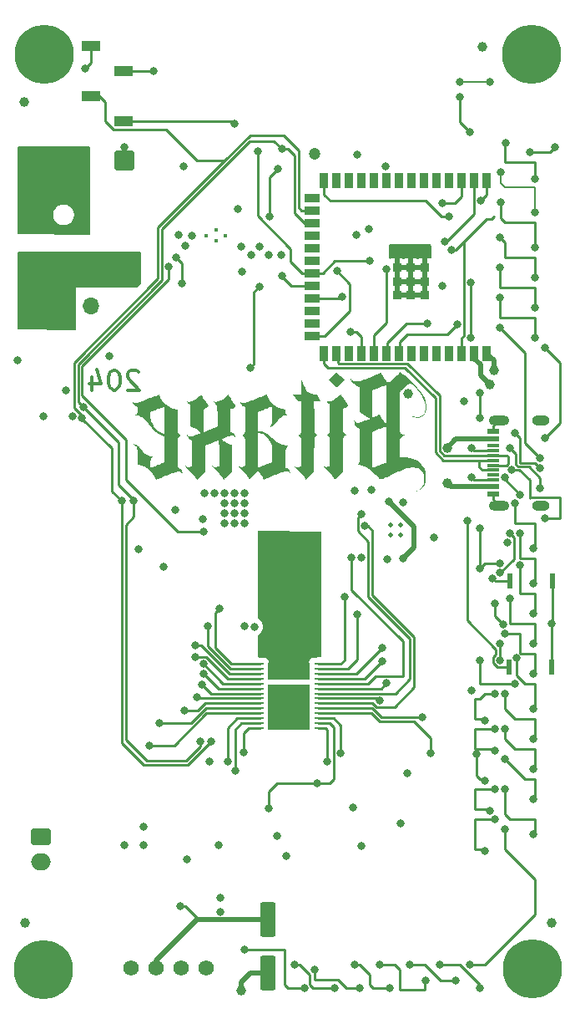
<source format=gbr>
%TF.GenerationSoftware,KiCad,Pcbnew,8.0.1*%
%TF.CreationDate,2024-04-16T22:47:58+08:00*%
%TF.ProjectId,bitaxeUltra,62697461-7865-4556-9c74-72612e6b6963,rev?*%
%TF.SameCoordinates,Original*%
%TF.FileFunction,Copper,L4,Bot*%
%TF.FilePolarity,Positive*%
%FSLAX46Y46*%
G04 Gerber Fmt 4.6, Leading zero omitted, Abs format (unit mm)*
G04 Created by KiCad (PCBNEW 8.0.1) date 2024-04-16 22:47:58*
%MOMM*%
%LPD*%
G01*
G04 APERTURE LIST*
G04 Aperture macros list*
%AMRoundRect*
0 Rectangle with rounded corners*
0 $1 Rounding radius*
0 $2 $3 $4 $5 $6 $7 $8 $9 X,Y pos of 4 corners*
0 Add a 4 corners polygon primitive as box body*
4,1,4,$2,$3,$4,$5,$6,$7,$8,$9,$2,$3,0*
0 Add four circle primitives for the rounded corners*
1,1,$1+$1,$2,$3*
1,1,$1+$1,$4,$5*
1,1,$1+$1,$6,$7*
1,1,$1+$1,$8,$9*
0 Add four rect primitives between the rounded corners*
20,1,$1+$1,$2,$3,$4,$5,0*
20,1,$1+$1,$4,$5,$6,$7,0*
20,1,$1+$1,$6,$7,$8,$9,0*
20,1,$1+$1,$8,$9,$2,$3,0*%
G04 Aperture macros list end*
%ADD10C,0.300000*%
%TA.AperFunction,NonConductor*%
%ADD11C,0.300000*%
%TD*%
%TA.AperFunction,EtchedComponent*%
%ADD12C,0.000000*%
%TD*%
%TA.AperFunction,ComponentPad*%
%ADD13C,0.800000*%
%TD*%
%TA.AperFunction,ComponentPad*%
%ADD14C,6.000000*%
%TD*%
%TA.AperFunction,ComponentPad*%
%ADD15C,0.500000*%
%TD*%
%TA.AperFunction,ComponentPad*%
%ADD16C,0.400000*%
%TD*%
%TA.AperFunction,ComponentPad*%
%ADD17C,1.574800*%
%TD*%
%TA.AperFunction,SMDPad,CuDef*%
%ADD18R,1.900000X1.000000*%
%TD*%
%TA.AperFunction,SMDPad,CuDef*%
%ADD19C,1.000000*%
%TD*%
%TA.AperFunction,ComponentPad*%
%ADD20R,1.700000X1.700000*%
%TD*%
%TA.AperFunction,ComponentPad*%
%ADD21O,1.700000X1.700000*%
%TD*%
%TA.AperFunction,SMDPad,CuDef*%
%ADD22R,1.150000X0.600000*%
%TD*%
%TA.AperFunction,SMDPad,CuDef*%
%ADD23R,1.150000X0.300000*%
%TD*%
%TA.AperFunction,ComponentPad*%
%ADD24O,1.800000X1.000000*%
%TD*%
%TA.AperFunction,ComponentPad*%
%ADD25O,2.100000X1.000000*%
%TD*%
%TA.AperFunction,SMDPad,CuDef*%
%ADD26R,0.900000X1.500000*%
%TD*%
%TA.AperFunction,SMDPad,CuDef*%
%ADD27R,1.500000X0.900000*%
%TD*%
%TA.AperFunction,SMDPad,CuDef*%
%ADD28R,0.900000X0.900000*%
%TD*%
%TA.AperFunction,SMDPad,CuDef*%
%ADD29R,0.792000X0.221000*%
%TD*%
%TA.AperFunction,SMDPad,CuDef*%
%ADD30R,4.277000X1.810000*%
%TD*%
%TA.AperFunction,SMDPad,CuDef*%
%ADD31R,4.277000X4.530000*%
%TD*%
%TA.AperFunction,SMDPad,CuDef*%
%ADD32RoundRect,0.250000X-0.550000X1.500000X-0.550000X-1.500000X0.550000X-1.500000X0.550000X1.500000X0*%
%TD*%
%TA.AperFunction,SMDPad,CuDef*%
%ADD33RoundRect,0.250000X0.750000X-0.750000X0.750000X0.750000X-0.750000X0.750000X-0.750000X-0.750000X0*%
%TD*%
%TA.AperFunction,SMDPad,CuDef*%
%ADD34R,0.508000X1.524000*%
%TD*%
%TA.AperFunction,ComponentPad*%
%ADD35RoundRect,0.250000X-0.750000X0.600000X-0.750000X-0.600000X0.750000X-0.600000X0.750000X0.600000X0*%
%TD*%
%TA.AperFunction,ComponentPad*%
%ADD36O,2.000000X1.700000*%
%TD*%
%TA.AperFunction,ViaPad*%
%ADD37C,0.800000*%
%TD*%
%TA.AperFunction,ViaPad*%
%ADD38C,1.200000*%
%TD*%
%TA.AperFunction,ViaPad*%
%ADD39C,1.000000*%
%TD*%
%TA.AperFunction,Conductor*%
%ADD40C,0.254000*%
%TD*%
%TA.AperFunction,Conductor*%
%ADD41C,0.508000*%
%TD*%
%TA.AperFunction,Conductor*%
%ADD42C,0.200000*%
%TD*%
G04 APERTURE END LIST*
D10*
D11*
X90371679Y-83280114D02*
X90276441Y-83184876D01*
X90276441Y-83184876D02*
X90085965Y-83089638D01*
X90085965Y-83089638D02*
X89609774Y-83089638D01*
X89609774Y-83089638D02*
X89419298Y-83184876D01*
X89419298Y-83184876D02*
X89324060Y-83280114D01*
X89324060Y-83280114D02*
X89228822Y-83470590D01*
X89228822Y-83470590D02*
X89228822Y-83661066D01*
X89228822Y-83661066D02*
X89324060Y-83946780D01*
X89324060Y-83946780D02*
X90466917Y-85089638D01*
X90466917Y-85089638D02*
X89228822Y-85089638D01*
X87990727Y-83089638D02*
X87800250Y-83089638D01*
X87800250Y-83089638D02*
X87609774Y-83184876D01*
X87609774Y-83184876D02*
X87514536Y-83280114D01*
X87514536Y-83280114D02*
X87419298Y-83470590D01*
X87419298Y-83470590D02*
X87324060Y-83851542D01*
X87324060Y-83851542D02*
X87324060Y-84327733D01*
X87324060Y-84327733D02*
X87419298Y-84708685D01*
X87419298Y-84708685D02*
X87514536Y-84899161D01*
X87514536Y-84899161D02*
X87609774Y-84994400D01*
X87609774Y-84994400D02*
X87800250Y-85089638D01*
X87800250Y-85089638D02*
X87990727Y-85089638D01*
X87990727Y-85089638D02*
X88181203Y-84994400D01*
X88181203Y-84994400D02*
X88276441Y-84899161D01*
X88276441Y-84899161D02*
X88371679Y-84708685D01*
X88371679Y-84708685D02*
X88466917Y-84327733D01*
X88466917Y-84327733D02*
X88466917Y-83851542D01*
X88466917Y-83851542D02*
X88371679Y-83470590D01*
X88371679Y-83470590D02*
X88276441Y-83280114D01*
X88276441Y-83280114D02*
X88181203Y-83184876D01*
X88181203Y-83184876D02*
X87990727Y-83089638D01*
X85609774Y-83756304D02*
X85609774Y-85089638D01*
X86085965Y-82994400D02*
X86562155Y-84422971D01*
X86562155Y-84422971D02*
X85324060Y-84422971D01*
D12*
%TA.AperFunction,EtchedComponent*%
%TO.C,G\u002A\u002A\u002A*%
G36*
X110835225Y-83669191D02*
G01*
X111225774Y-84059740D01*
X110840646Y-84445290D01*
X110743775Y-84541920D01*
X110649131Y-84635592D01*
X110567917Y-84715197D01*
X110504115Y-84776859D01*
X110461707Y-84816699D01*
X110444677Y-84830841D01*
X110429633Y-84818501D01*
X110388808Y-84780268D01*
X110326321Y-84719953D01*
X110246154Y-84641434D01*
X110152289Y-84548587D01*
X110048708Y-84445290D01*
X109663579Y-84059740D01*
X110054128Y-83669191D01*
X110444677Y-83278642D01*
X110835225Y-83669191D01*
G37*
%TD.AperFunction*%
%TA.AperFunction,EtchedComponent*%
G36*
X106952962Y-84218195D02*
G01*
X107012788Y-84384727D01*
X107130174Y-84656382D01*
X107260097Y-84893409D01*
X107401616Y-85094547D01*
X107553792Y-85258537D01*
X107715685Y-85384116D01*
X107886356Y-85470027D01*
X107916657Y-85479077D01*
X107996489Y-85494470D01*
X108098933Y-85507422D01*
X108211773Y-85516200D01*
X108448024Y-85528872D01*
X108633717Y-85851383D01*
X108687239Y-85945026D01*
X108740061Y-86039000D01*
X108781920Y-86115205D01*
X108809482Y-86167559D01*
X108819410Y-86189981D01*
X108812654Y-86193248D01*
X108772106Y-86198329D01*
X108701063Y-86202393D01*
X108606604Y-86205090D01*
X108495806Y-86206067D01*
X108172203Y-86206067D01*
X108178046Y-87763614D01*
X108179056Y-88029567D01*
X108180108Y-88286071D01*
X108181182Y-88506491D01*
X108182369Y-88693760D01*
X108183761Y-88850811D01*
X108185446Y-88980576D01*
X108187518Y-89085988D01*
X108190065Y-89169980D01*
X108193180Y-89235484D01*
X108196952Y-89285434D01*
X108201474Y-89322762D01*
X108206835Y-89350400D01*
X108213126Y-89371282D01*
X108220439Y-89388341D01*
X108228864Y-89404508D01*
X108261787Y-89457864D01*
X108349332Y-89557893D01*
X108450475Y-89629877D01*
X108508694Y-89659932D01*
X108417585Y-89713326D01*
X108319765Y-89792653D01*
X108242377Y-89900266D01*
X108195128Y-90023485D01*
X108193591Y-90033321D01*
X108189824Y-90086905D01*
X108186397Y-90179408D01*
X108183334Y-90308844D01*
X108180661Y-90473224D01*
X108178401Y-90670562D01*
X108176578Y-90898870D01*
X108175218Y-91156162D01*
X108174344Y-91440449D01*
X108173980Y-91749745D01*
X108173471Y-93386531D01*
X107742630Y-93787538D01*
X107311790Y-94188545D01*
X107277386Y-94097910D01*
X107247290Y-94032073D01*
X107177868Y-93916154D01*
X107082976Y-93783702D01*
X106967059Y-93640128D01*
X106834561Y-93490847D01*
X106689927Y-93341272D01*
X106537600Y-93196816D01*
X106483754Y-93146978D01*
X106402109Y-93067371D01*
X106327474Y-92990122D01*
X106262576Y-92918696D01*
X106210143Y-92856560D01*
X106172904Y-92807181D01*
X106153586Y-92774024D01*
X106154918Y-92760556D01*
X106179628Y-92770243D01*
X106230444Y-92806551D01*
X106299366Y-92857410D01*
X106369454Y-92896819D01*
X106436950Y-92916253D01*
X106516137Y-92921454D01*
X106532152Y-92921097D01*
X106642284Y-92901731D01*
X106745371Y-92857661D01*
X106824867Y-92795630D01*
X106826684Y-92793536D01*
X106833773Y-92782700D01*
X106839814Y-92766544D01*
X106844873Y-92742039D01*
X106849018Y-92706155D01*
X106852314Y-92655863D01*
X106854829Y-92588133D01*
X106856628Y-92499937D01*
X106857778Y-92388244D01*
X106858346Y-92250025D01*
X106858398Y-92082251D01*
X106858000Y-91881892D01*
X106857219Y-91645920D01*
X106856122Y-91371304D01*
X106850337Y-89987937D01*
X106790861Y-89886750D01*
X106733692Y-89809469D01*
X106627929Y-89721251D01*
X106524473Y-89656939D01*
X106595168Y-89620671D01*
X106660367Y-89577358D01*
X106737556Y-89503287D01*
X106800898Y-89418954D01*
X106838416Y-89338263D01*
X106840403Y-89327806D01*
X106845101Y-89272011D01*
X106849184Y-89174805D01*
X106852651Y-89036374D01*
X106855498Y-88856905D01*
X106857723Y-88636583D01*
X106859323Y-88375593D01*
X106860296Y-88074124D01*
X106860639Y-87732359D01*
X106860755Y-86206067D01*
X106708307Y-86206067D01*
X106555859Y-86206067D01*
X106282673Y-85867470D01*
X106009487Y-85528872D01*
X106435121Y-85523240D01*
X106860755Y-85517608D01*
X106861024Y-84731444D01*
X106861292Y-83945279D01*
X106952962Y-84218195D01*
G37*
%TD.AperFunction*%
%TA.AperFunction,EtchedComponent*%
G36*
X110875684Y-85508401D02*
G01*
X110901173Y-85546235D01*
X110945271Y-85612062D01*
X111005209Y-85701741D01*
X111078222Y-85811131D01*
X111161542Y-85936090D01*
X111252402Y-86072478D01*
X111628268Y-86636921D01*
X111578013Y-86701135D01*
X111533263Y-86747758D01*
X111443903Y-86815237D01*
X111334780Y-86877924D01*
X111218190Y-86928062D01*
X111111453Y-86965971D01*
X111111453Y-88107771D01*
X111111446Y-88275760D01*
X111111559Y-88507622D01*
X111112114Y-88703489D01*
X111113445Y-88866832D01*
X111115885Y-89001120D01*
X111119767Y-89109823D01*
X111125425Y-89196412D01*
X111133192Y-89264355D01*
X111143400Y-89317123D01*
X111156384Y-89358185D01*
X111172477Y-89391011D01*
X111192011Y-89419071D01*
X111215321Y-89445835D01*
X111242739Y-89474772D01*
X111256864Y-89488805D01*
X111322178Y-89541654D01*
X111387734Y-89580913D01*
X111466066Y-89616790D01*
X111381498Y-89654924D01*
X111375494Y-89657712D01*
X111281872Y-89720387D01*
X111198671Y-89808646D01*
X111140101Y-89907615D01*
X111138050Y-89913353D01*
X111132956Y-89936914D01*
X111128511Y-89974168D01*
X111124674Y-90027659D01*
X111121401Y-90099929D01*
X111118649Y-90193524D01*
X111116374Y-90310985D01*
X111114534Y-90454858D01*
X111113085Y-90627686D01*
X111111983Y-90832012D01*
X111111187Y-91070380D01*
X111110652Y-91345334D01*
X111110335Y-91659417D01*
X111109217Y-93342654D01*
X110688391Y-93742728D01*
X110674494Y-93755934D01*
X110565705Y-93858938D01*
X110467267Y-93951493D01*
X110383136Y-94029930D01*
X110317265Y-94090579D01*
X110273609Y-94129771D01*
X110256123Y-94143836D01*
X110253726Y-94142893D01*
X110237968Y-94118544D01*
X110218096Y-94071351D01*
X110201334Y-94030446D01*
X110153397Y-93941437D01*
X110083781Y-93838666D01*
X109990413Y-93719559D01*
X109871219Y-93581541D01*
X109724123Y-93422036D01*
X109547051Y-93238470D01*
X109543132Y-93234475D01*
X109396872Y-93084228D01*
X109277197Y-92958886D01*
X109184596Y-92859026D01*
X109119552Y-92785223D01*
X109082554Y-92738053D01*
X109074086Y-92718092D01*
X109094636Y-92725916D01*
X109144690Y-92762100D01*
X109161332Y-92775007D01*
X109222126Y-92820072D01*
X109267670Y-92847117D01*
X109311821Y-92863145D01*
X109368432Y-92875156D01*
X109424247Y-92880245D01*
X109532354Y-92868158D01*
X109635541Y-92832791D01*
X109716601Y-92778902D01*
X109777901Y-92720173D01*
X109777784Y-91364474D01*
X109777450Y-91061641D01*
X109776407Y-90777058D01*
X109774652Y-90533703D01*
X109772182Y-90331350D01*
X109768993Y-90169770D01*
X109765081Y-90048738D01*
X109760444Y-89968026D01*
X109755076Y-89927406D01*
X109729641Y-89873164D01*
X109684106Y-89807892D01*
X109627056Y-89741021D01*
X109567001Y-89681715D01*
X109512452Y-89639140D01*
X109471918Y-89622460D01*
X109461738Y-89621456D01*
X109460241Y-89611288D01*
X109496605Y-89588775D01*
X109590651Y-89524440D01*
X109677420Y-89436473D01*
X109738314Y-89341998D01*
X109739156Y-89340168D01*
X109746794Y-89321373D01*
X109753334Y-89298885D01*
X109758862Y-89269539D01*
X109763465Y-89230169D01*
X109767229Y-89177612D01*
X109770239Y-89108701D01*
X109772582Y-89020272D01*
X109774344Y-88909160D01*
X109775610Y-88772200D01*
X109776467Y-88606226D01*
X109777001Y-88408073D01*
X109777298Y-88174578D01*
X109777443Y-87902574D01*
X109777901Y-86546497D01*
X109723429Y-86517344D01*
X109717003Y-86513566D01*
X109670874Y-86477206D01*
X109611948Y-86421367D01*
X109551012Y-86357292D01*
X109498855Y-86296221D01*
X109466268Y-86249396D01*
X109462396Y-86239552D01*
X109467939Y-86227474D01*
X109494743Y-86220368D01*
X109549610Y-86216913D01*
X109639339Y-86215787D01*
X109644743Y-86215764D01*
X109745420Y-86213103D01*
X109821565Y-86204306D01*
X109889472Y-86186406D01*
X109965431Y-86156439D01*
X110083913Y-86098122D01*
X110261573Y-85989272D01*
X110451696Y-85850389D01*
X110649303Y-85684906D01*
X110675153Y-85662002D01*
X110750198Y-85596617D01*
X110811604Y-85544759D01*
X110853607Y-85511228D01*
X110870442Y-85500822D01*
X110875684Y-85508401D01*
G37*
%TD.AperFunction*%
%TA.AperFunction,EtchedComponent*%
G36*
X94321726Y-88203688D02*
G01*
X94327450Y-89345307D01*
X94390708Y-89447836D01*
X94449755Y-89524977D01*
X94562645Y-89615543D01*
X94671323Y-89680721D01*
X94606011Y-89707774D01*
X94543402Y-89739855D01*
X94442182Y-89826730D01*
X94366349Y-89945412D01*
X94317438Y-90050447D01*
X94317235Y-91492995D01*
X94317031Y-92935544D01*
X94374332Y-92949316D01*
X94504813Y-92999651D01*
X94623731Y-93085425D01*
X94720321Y-93199404D01*
X94789662Y-93335721D01*
X94826830Y-93488511D01*
X94839564Y-93592695D01*
X94798954Y-93519767D01*
X94767864Y-93468659D01*
X94696223Y-93385706D01*
X94612548Y-93336540D01*
X94509179Y-93315767D01*
X94396328Y-93317778D01*
X94279739Y-93339423D01*
X94277012Y-93340249D01*
X94230067Y-93356189D01*
X94151537Y-93384567D01*
X94045832Y-93423686D01*
X93917364Y-93471846D01*
X93770541Y-93527347D01*
X93609773Y-93588491D01*
X93439472Y-93653579D01*
X93264047Y-93720910D01*
X93087908Y-93788787D01*
X92915465Y-93855510D01*
X92751128Y-93919380D01*
X92599308Y-93978697D01*
X92464414Y-94031763D01*
X92350857Y-94076879D01*
X92263046Y-94112345D01*
X92205393Y-94136462D01*
X92182306Y-94147531D01*
X92156950Y-94162429D01*
X92123410Y-94161789D01*
X92108335Y-94137849D01*
X92107708Y-94130648D01*
X92092011Y-94080784D01*
X92058316Y-94005401D01*
X92010789Y-93911903D01*
X91953592Y-93807696D01*
X91890888Y-93700184D01*
X91826843Y-93596772D01*
X91765618Y-93504865D01*
X91711378Y-93431868D01*
X91633746Y-93341345D01*
X91428675Y-93144290D01*
X91199837Y-92976294D01*
X90952588Y-92840495D01*
X90692285Y-92740029D01*
X90424283Y-92678034D01*
X90264283Y-92653320D01*
X90251592Y-91883221D01*
X90250405Y-91812732D01*
X90246370Y-91603183D01*
X90241813Y-91429431D01*
X90236204Y-91286956D01*
X90229012Y-91171235D01*
X90219709Y-91077750D01*
X90207764Y-91001978D01*
X90192648Y-90939400D01*
X90173831Y-90885494D01*
X90150784Y-90835740D01*
X90122975Y-90785617D01*
X90120847Y-90782042D01*
X90055158Y-90699440D01*
X89968535Y-90624924D01*
X89878803Y-90573944D01*
X89873811Y-90570360D01*
X89893019Y-90568784D01*
X89941313Y-90573315D01*
X90042375Y-90597494D01*
X90160102Y-90644707D01*
X90275032Y-90706919D01*
X90371015Y-90776491D01*
X90398820Y-90803695D01*
X90454315Y-90864996D01*
X90523987Y-90947126D01*
X90601656Y-91042752D01*
X90681141Y-91144537D01*
X90734840Y-91213508D01*
X90818912Y-91317242D01*
X90899591Y-91412229D01*
X90969785Y-91490190D01*
X91022398Y-91542845D01*
X91062638Y-91577211D01*
X91215232Y-91682141D01*
X91381116Y-91762486D01*
X91549910Y-91813887D01*
X91711234Y-91831990D01*
X91805458Y-91831990D01*
X91727919Y-91884679D01*
X91726511Y-91885637D01*
X91680191Y-91919536D01*
X91644507Y-91954123D01*
X91617967Y-91995254D01*
X91599082Y-92048782D01*
X91586361Y-92120563D01*
X91578314Y-92216452D01*
X91573451Y-92342305D01*
X91570280Y-92503975D01*
X91570271Y-92504579D01*
X91568454Y-92654882D01*
X91568425Y-92767967D01*
X91570389Y-92848244D01*
X91574549Y-92900125D01*
X91581111Y-92928019D01*
X91590277Y-92936337D01*
X91591076Y-92936279D01*
X91620124Y-92927830D01*
X91682001Y-92906515D01*
X91771195Y-92874430D01*
X91882191Y-92833666D01*
X92009476Y-92786318D01*
X92147538Y-92734478D01*
X92290864Y-92680241D01*
X92433940Y-92625699D01*
X92571254Y-92572945D01*
X92697292Y-92524073D01*
X92806541Y-92481175D01*
X92893488Y-92446347D01*
X92952621Y-92421679D01*
X92978425Y-92409267D01*
X92980554Y-92406582D01*
X92985763Y-92388149D01*
X92990120Y-92351420D01*
X92993668Y-92293796D01*
X92996447Y-92212681D01*
X92998497Y-92105477D01*
X92999861Y-91969587D01*
X93000578Y-91802416D01*
X93000690Y-91601364D01*
X93000238Y-91363836D01*
X92999262Y-91087234D01*
X92993897Y-89785247D01*
X92845552Y-89747576D01*
X92795197Y-89733623D01*
X92584188Y-89650458D01*
X92373511Y-89528486D01*
X92166508Y-89369879D01*
X91966522Y-89176806D01*
X91954304Y-89163562D01*
X91894802Y-89097043D01*
X91816697Y-89007551D01*
X91726200Y-88902295D01*
X91629520Y-88788485D01*
X91532865Y-88673329D01*
X91411974Y-88529984D01*
X91249584Y-88344170D01*
X91104594Y-88187826D01*
X90973619Y-88057822D01*
X90853274Y-87951029D01*
X90740175Y-87864315D01*
X90630938Y-87794552D01*
X90522177Y-87738608D01*
X90514875Y-87735308D01*
X90404294Y-87692014D01*
X90286919Y-87656257D01*
X90177336Y-87631939D01*
X90090130Y-87622966D01*
X90018498Y-87622966D01*
X90056588Y-87597653D01*
X91567307Y-87597653D01*
X91567708Y-87650108D01*
X91576720Y-87862890D01*
X91599702Y-88047668D01*
X91639589Y-88214539D01*
X91699311Y-88373600D01*
X91781803Y-88534948D01*
X91889995Y-88708680D01*
X91917006Y-88748242D01*
X92050892Y-88921724D01*
X92203075Y-89088150D01*
X92366516Y-89241311D01*
X92534179Y-89374999D01*
X92699026Y-89483007D01*
X92854021Y-89559125D01*
X92900901Y-89576869D01*
X92955065Y-89595307D01*
X92984250Y-89602457D01*
X92987222Y-89592193D01*
X92991070Y-89543051D01*
X92994468Y-89454586D01*
X92997396Y-89328175D01*
X92999836Y-89165195D01*
X93001767Y-88967024D01*
X93003170Y-88735040D01*
X93004026Y-88470619D01*
X93004316Y-88175140D01*
X93004259Y-88026074D01*
X93003937Y-87793751D01*
X93003352Y-87576138D01*
X93002527Y-87376604D01*
X93001489Y-87198520D01*
X93000260Y-87045257D01*
X92998866Y-86920185D01*
X92997331Y-86826675D01*
X92995680Y-86768097D01*
X92993937Y-86747822D01*
X92991503Y-86748422D01*
X92959821Y-86759684D01*
X92896275Y-86783599D01*
X92806237Y-86818064D01*
X92695077Y-86860979D01*
X92568166Y-86910239D01*
X92430874Y-86963742D01*
X92288571Y-87019386D01*
X92146628Y-87075069D01*
X92010417Y-87128688D01*
X91885306Y-87178140D01*
X91776668Y-87221323D01*
X91689872Y-87256135D01*
X91630289Y-87280473D01*
X91603290Y-87292234D01*
X91594124Y-87298428D01*
X91582050Y-87315882D01*
X91574136Y-87347708D01*
X91569576Y-87400731D01*
X91567568Y-87481772D01*
X91567307Y-87597653D01*
X90056588Y-87597653D01*
X90089298Y-87575915D01*
X90109228Y-87560563D01*
X90163325Y-87502836D01*
X90206982Y-87436061D01*
X90217845Y-87413574D01*
X90233814Y-87371933D01*
X90244274Y-87324765D01*
X90250353Y-87263036D01*
X90253174Y-87177714D01*
X90253865Y-87059764D01*
X90253865Y-86776270D01*
X90143230Y-86741395D01*
X90058403Y-86706242D01*
X89939051Y-86622638D01*
X89843108Y-86510508D01*
X89775444Y-86376095D01*
X89740927Y-86225641D01*
X89729100Y-86112301D01*
X89775716Y-86202561D01*
X89838802Y-86289077D01*
X89932429Y-86361967D01*
X90039340Y-86403558D01*
X90070304Y-86406574D01*
X90146405Y-86401553D01*
X90233759Y-86384628D01*
X90243350Y-86381914D01*
X90296052Y-86364473D01*
X90379854Y-86334744D01*
X90490374Y-86294407D01*
X90623228Y-86245146D01*
X90774034Y-86188642D01*
X90938409Y-86126576D01*
X91111969Y-86060630D01*
X91290333Y-85992487D01*
X91469118Y-85923827D01*
X91643940Y-85856333D01*
X91810416Y-85791686D01*
X91964165Y-85731569D01*
X92100803Y-85677662D01*
X92215947Y-85631648D01*
X92305215Y-85595208D01*
X92364223Y-85570025D01*
X92388590Y-85557779D01*
X92414471Y-85541528D01*
X92448806Y-85549415D01*
X92472066Y-85595165D01*
X92475889Y-85607757D01*
X92497208Y-85662159D01*
X92530356Y-85736720D01*
X92569968Y-85819160D01*
X92595756Y-85869606D01*
X92758633Y-86140535D01*
X92945653Y-86377530D01*
X93156687Y-86580498D01*
X93391607Y-86749341D01*
X93650281Y-86883965D01*
X93932582Y-86984274D01*
X94238379Y-87050172D01*
X94316002Y-87062069D01*
X94321583Y-88175140D01*
X94321726Y-88203688D01*
G37*
%TD.AperFunction*%
%TA.AperFunction,EtchedComponent*%
G36*
X105245907Y-92057041D02*
G01*
X105245907Y-92917613D01*
X105370928Y-92967812D01*
X105430008Y-92995089D01*
X105554364Y-93083226D01*
X105649593Y-93200838D01*
X105714408Y-93346505D01*
X105734620Y-93417897D01*
X105750000Y-93484787D01*
X105755573Y-93527171D01*
X105753328Y-93550543D01*
X105743744Y-93547509D01*
X105721785Y-93509348D01*
X105693905Y-93462287D01*
X105611304Y-93368746D01*
X105512841Y-93310573D01*
X105402588Y-93290562D01*
X105354520Y-93295517D01*
X105280084Y-93309868D01*
X105198761Y-93330325D01*
X105196858Y-93330871D01*
X105147588Y-93346997D01*
X105066904Y-93375570D01*
X104959208Y-93414896D01*
X104828901Y-93463281D01*
X104680384Y-93519031D01*
X104518060Y-93580452D01*
X104346329Y-93645850D01*
X104169594Y-93713530D01*
X103992255Y-93781799D01*
X103818714Y-93848961D01*
X103653373Y-93913324D01*
X103500633Y-93973193D01*
X103364896Y-94026874D01*
X103250563Y-94072673D01*
X103162036Y-94108895D01*
X103103716Y-94133846D01*
X103080005Y-94145833D01*
X103066191Y-94157840D01*
X103049936Y-94160477D01*
X103033194Y-94141356D01*
X103011533Y-94094620D01*
X102980518Y-94014414D01*
X102957215Y-93956363D01*
X102865871Y-93771175D01*
X102749948Y-93583181D01*
X102617823Y-93406421D01*
X102498437Y-93261820D01*
X102054938Y-93718972D01*
X102010996Y-93764104D01*
X101902447Y-93874102D01*
X101806275Y-93969421D01*
X101725747Y-94046955D01*
X101664126Y-94103597D01*
X101624678Y-94136240D01*
X101610667Y-94141776D01*
X101610188Y-94135996D01*
X101594021Y-94084945D01*
X101558675Y-94011146D01*
X101509185Y-93923607D01*
X101450586Y-93831333D01*
X101387913Y-93743331D01*
X101356524Y-93704912D01*
X101294815Y-93634712D01*
X101213091Y-93545222D01*
X101116602Y-93442104D01*
X101010600Y-93331021D01*
X100900335Y-93217634D01*
X100861484Y-93178017D01*
X100728732Y-93041405D01*
X100625077Y-92932341D01*
X100549720Y-92849813D01*
X100501860Y-92792811D01*
X100480696Y-92760325D01*
X100485428Y-92751343D01*
X100515255Y-92764856D01*
X100569376Y-92799853D01*
X100621986Y-92833797D01*
X100684304Y-92868648D01*
X100728345Y-92887115D01*
X100754000Y-92891983D01*
X100854280Y-92890795D01*
X100963060Y-92865032D01*
X101063798Y-92818099D01*
X101161904Y-92757447D01*
X101167267Y-91417164D01*
X101167527Y-91347696D01*
X101167849Y-91206887D01*
X102485038Y-91206887D01*
X102485101Y-91363235D01*
X102485493Y-91620762D01*
X102486217Y-91864144D01*
X102487246Y-92090323D01*
X102488553Y-92296239D01*
X102490109Y-92478834D01*
X102491887Y-92635049D01*
X102493859Y-92761825D01*
X102495998Y-92856105D01*
X102498276Y-92914828D01*
X102500665Y-92934936D01*
X102519082Y-92928771D01*
X102572479Y-92909080D01*
X102656175Y-92877532D01*
X102765668Y-92835843D01*
X102896456Y-92785727D01*
X103044036Y-92728899D01*
X103203906Y-92667074D01*
X103891518Y-92400612D01*
X103896970Y-91570235D01*
X103898110Y-91398476D01*
X103899062Y-91211383D01*
X103898896Y-91057340D01*
X103897027Y-90931497D01*
X103892866Y-90829007D01*
X103885829Y-90745021D01*
X103875328Y-90674692D01*
X103860777Y-90613171D01*
X103841589Y-90555610D01*
X103817178Y-90497162D01*
X103786957Y-90432977D01*
X103750340Y-90358209D01*
X103710480Y-90281669D01*
X103588173Y-90089899D01*
X103445758Y-89917878D01*
X103287874Y-89769139D01*
X103119161Y-89647217D01*
X102944256Y-89555645D01*
X102767800Y-89497956D01*
X102594431Y-89477684D01*
X102485038Y-89477437D01*
X102485038Y-91206887D01*
X101167849Y-91206887D01*
X101168186Y-91059654D01*
X101168058Y-90802734D01*
X101167160Y-90578444D01*
X101165509Y-90388289D01*
X101163121Y-90233776D01*
X101160012Y-90116412D01*
X101156200Y-90037703D01*
X101151701Y-89999156D01*
X101146978Y-89983090D01*
X101093056Y-89872002D01*
X101011135Y-89775451D01*
X100912147Y-89706778D01*
X100814920Y-89659712D01*
X100895809Y-89623496D01*
X100952938Y-89589809D01*
X101035424Y-89515822D01*
X101104781Y-89425817D01*
X101148140Y-89334529D01*
X101150874Y-89322142D01*
X101156156Y-89274719D01*
X101160633Y-89197578D01*
X101164335Y-89089011D01*
X101167294Y-88947312D01*
X101169541Y-88770773D01*
X101171107Y-88557687D01*
X101172024Y-88306346D01*
X101172322Y-88015043D01*
X101172322Y-86776270D01*
X101061688Y-86741395D01*
X100976861Y-86706242D01*
X100857509Y-86622638D01*
X100761566Y-86510508D01*
X100693901Y-86376095D01*
X100659385Y-86225641D01*
X100647558Y-86112301D01*
X100694174Y-86202561D01*
X100757393Y-86289208D01*
X100850913Y-86361994D01*
X100957591Y-86403513D01*
X100983192Y-86406375D01*
X101061203Y-86401151D01*
X101155540Y-86381207D01*
X101170133Y-86376746D01*
X101228147Y-86356820D01*
X101318109Y-86324409D01*
X101435294Y-86281315D01*
X101574974Y-86229342D01*
X101732423Y-86170292D01*
X101902914Y-86105966D01*
X102081721Y-86038168D01*
X102264115Y-85968700D01*
X102445372Y-85899364D01*
X102620763Y-85831963D01*
X102785563Y-85768298D01*
X102935043Y-85710173D01*
X103064479Y-85659390D01*
X103169142Y-85617751D01*
X103244306Y-85587059D01*
X103285245Y-85569115D01*
X103316302Y-85554335D01*
X103356014Y-85542142D01*
X103376900Y-85554798D01*
X103390524Y-85595165D01*
X103408235Y-85646507D01*
X103445078Y-85729953D01*
X103494694Y-85830182D01*
X103551983Y-85937350D01*
X103611849Y-86041616D01*
X103669192Y-86133138D01*
X103677407Y-86145375D01*
X103819863Y-86327650D01*
X103991568Y-86501823D01*
X104182778Y-86659787D01*
X104383750Y-86793439D01*
X104584739Y-86894673D01*
X104686352Y-86932559D01*
X104838590Y-86979085D01*
X105001368Y-87019755D01*
X105157351Y-87049874D01*
X105235489Y-87062262D01*
X105235832Y-87212384D01*
X105238365Y-87275518D01*
X105263321Y-87400449D01*
X105316628Y-87498900D01*
X105400372Y-87575467D01*
X105470856Y-87622966D01*
X105389637Y-87623274D01*
X105342452Y-87626378D01*
X105260955Y-87637788D01*
X105176626Y-87654651D01*
X105168801Y-87656518D01*
X105045374Y-87693013D01*
X104931246Y-87742438D01*
X104821443Y-87808680D01*
X104710993Y-87895628D01*
X104594922Y-88007171D01*
X104468254Y-88147195D01*
X104326018Y-88319590D01*
X104282507Y-88373427D01*
X104152540Y-88524765D01*
X104035793Y-88643604D01*
X103927727Y-88733388D01*
X103823802Y-88797564D01*
X103719480Y-88839575D01*
X103610222Y-88862866D01*
X103516457Y-88875353D01*
X103578967Y-88840531D01*
X103614314Y-88819059D01*
X103722445Y-88727057D01*
X103801212Y-88615712D01*
X103817538Y-88582297D01*
X103839986Y-88527551D01*
X103858492Y-88466967D01*
X103873521Y-88396066D01*
X103885538Y-88310368D01*
X103895008Y-88205395D01*
X103902396Y-88076666D01*
X103908168Y-87919703D01*
X103912789Y-87730026D01*
X103916722Y-87503155D01*
X103918938Y-87331049D01*
X103920220Y-87172141D01*
X103920579Y-87031738D01*
X103920037Y-86914473D01*
X103918615Y-86824977D01*
X103916334Y-86767883D01*
X103913217Y-86747822D01*
X103911509Y-86748169D01*
X103881561Y-86758513D01*
X103819409Y-86781673D01*
X103730439Y-86815544D01*
X103620033Y-86858017D01*
X103493574Y-86906988D01*
X103356446Y-86960350D01*
X103214031Y-87015995D01*
X103071713Y-87071817D01*
X102934875Y-87125710D01*
X102808900Y-87175568D01*
X102699172Y-87219283D01*
X102611073Y-87254749D01*
X102549987Y-87279860D01*
X102521297Y-87292509D01*
X102520880Y-87292735D01*
X102512403Y-87299608D01*
X102505397Y-87312441D01*
X102499752Y-87334805D01*
X102495353Y-87370271D01*
X102492090Y-87422410D01*
X102489848Y-87494794D01*
X102488517Y-87590994D01*
X102487983Y-87714581D01*
X102488134Y-87869126D01*
X102488858Y-88058200D01*
X102490041Y-88285376D01*
X102495456Y-89258651D01*
X102682987Y-89271588D01*
X102787792Y-89282177D01*
X102905062Y-89304056D01*
X103019997Y-89338459D01*
X103137092Y-89387853D01*
X103260844Y-89454704D01*
X103395750Y-89541480D01*
X103546306Y-89650647D01*
X103717009Y-89784672D01*
X103912355Y-89946021D01*
X104063378Y-90070861D01*
X104258942Y-90224002D01*
X104436714Y-90350755D01*
X104602421Y-90453993D01*
X104761789Y-90536591D01*
X104920541Y-90601423D01*
X105084404Y-90651362D01*
X105259103Y-90689283D01*
X105450363Y-90718060D01*
X105550635Y-90730584D01*
X105464210Y-90824345D01*
X105416622Y-90883718D01*
X105359239Y-90970458D01*
X105311846Y-91057287D01*
X105245907Y-91196469D01*
X105245907Y-91211383D01*
X105245907Y-92057041D01*
G37*
%TD.AperFunction*%
%TA.AperFunction,EtchedComponent*%
G36*
X96706501Y-85545981D02*
G01*
X96733746Y-85582419D01*
X96779421Y-85646962D01*
X96840714Y-85735534D01*
X96914811Y-85844058D01*
X96998900Y-85968457D01*
X97090168Y-86104653D01*
X97097526Y-86115680D01*
X97199815Y-86269346D01*
X97281048Y-86392518D01*
X97343387Y-86488969D01*
X97388996Y-86562474D01*
X97420041Y-86616805D01*
X97438685Y-86655736D01*
X97447092Y-86683040D01*
X97447426Y-86702490D01*
X97441852Y-86717861D01*
X97403760Y-86765286D01*
X97336242Y-86823661D01*
X97250643Y-86883879D01*
X97157364Y-86938652D01*
X97066802Y-86980692D01*
X96942462Y-87028906D01*
X96942462Y-88190661D01*
X96942504Y-88337706D01*
X96942711Y-88545010D01*
X96943077Y-88736786D01*
X96943586Y-88909299D01*
X96944219Y-89058812D01*
X96944961Y-89181593D01*
X96945795Y-89273905D01*
X96946704Y-89332013D01*
X96947671Y-89352183D01*
X96947698Y-89352180D01*
X96968225Y-89344530D01*
X97023120Y-89323347D01*
X97108047Y-89290323D01*
X97218668Y-89247151D01*
X97350647Y-89195523D01*
X97499647Y-89137132D01*
X97661330Y-89073671D01*
X98369779Y-88795393D01*
X98362012Y-87708027D01*
X98354244Y-86620662D01*
X98177209Y-86443627D01*
X98175209Y-86441626D01*
X98107799Y-86372952D01*
X98053813Y-86315646D01*
X98018693Y-86275644D01*
X98007881Y-86258886D01*
X98016822Y-86257395D01*
X98057030Y-86260608D01*
X98116841Y-86270096D01*
X98188347Y-86277931D01*
X98338102Y-86265427D01*
X98503088Y-86218008D01*
X98680623Y-86136997D01*
X98868029Y-86023716D01*
X99062626Y-85879484D01*
X99261732Y-85705624D01*
X99334897Y-85639603D01*
X99396864Y-85588785D01*
X99441359Y-85558013D01*
X99462319Y-85551933D01*
X99463756Y-85553759D01*
X99483075Y-85581451D01*
X99521185Y-85637535D01*
X99574657Y-85716869D01*
X99640060Y-85814309D01*
X99713966Y-85924713D01*
X99792943Y-86042938D01*
X99873563Y-86163841D01*
X99952394Y-86282279D01*
X100026007Y-86393110D01*
X100090971Y-86491190D01*
X100143858Y-86571378D01*
X100181237Y-86628529D01*
X100199677Y-86657502D01*
X100202687Y-86677535D01*
X100181029Y-86721509D01*
X100132175Y-86775372D01*
X100062480Y-86833989D01*
X99978298Y-86892226D01*
X99885982Y-86944948D01*
X99791888Y-86987021D01*
X99692913Y-87024362D01*
X99692913Y-88177971D01*
X99692913Y-88202922D01*
X99692989Y-88447975D01*
X99693264Y-88654867D01*
X99693841Y-88826811D01*
X99694822Y-88967021D01*
X99696308Y-89078709D01*
X99698400Y-89165087D01*
X99701201Y-89229369D01*
X99704811Y-89274768D01*
X99709332Y-89304496D01*
X99714866Y-89321766D01*
X99721514Y-89329790D01*
X99729377Y-89331783D01*
X99758104Y-89335512D01*
X99830765Y-89361581D01*
X99912972Y-89406164D01*
X99991721Y-89461696D01*
X100054008Y-89520613D01*
X100062167Y-89530468D01*
X100125193Y-89629410D01*
X100172661Y-89744429D01*
X100175591Y-89753963D01*
X100202672Y-89850092D01*
X100213384Y-89908414D01*
X100207608Y-89929456D01*
X100185224Y-89913747D01*
X100146112Y-89861816D01*
X100099776Y-89801503D01*
X100017517Y-89730768D01*
X99923233Y-89694737D01*
X99811097Y-89691652D01*
X99675283Y-89719754D01*
X99658101Y-89724970D01*
X99592826Y-89746835D01*
X99504354Y-89778285D01*
X99399613Y-89816671D01*
X99285531Y-89859345D01*
X99169038Y-89903657D01*
X99057061Y-89946958D01*
X98956530Y-89986601D01*
X98874373Y-90019936D01*
X98817519Y-90044314D01*
X98792896Y-90057087D01*
X98794223Y-90064982D01*
X98820552Y-90093977D01*
X98871986Y-90138478D01*
X98942306Y-90193903D01*
X99025294Y-90255672D01*
X99114729Y-90319201D01*
X99204392Y-90379909D01*
X99288064Y-90433214D01*
X99359525Y-90474534D01*
X99365144Y-90477509D01*
X99462868Y-90523448D01*
X99569044Y-90565033D01*
X99661658Y-90593591D01*
X99666067Y-90594667D01*
X99741312Y-90613106D01*
X99801360Y-90627954D01*
X99833561Y-90636083D01*
X99836707Y-90639436D01*
X99841704Y-90658717D01*
X99845973Y-90697180D01*
X99849559Y-90757325D01*
X99852512Y-90841650D01*
X99854880Y-90952654D01*
X99856709Y-91092836D01*
X99858049Y-91264694D01*
X99858946Y-91470729D01*
X99859450Y-91713438D01*
X99859607Y-91995320D01*
X99859607Y-93347654D01*
X99427244Y-93755422D01*
X99404238Y-93777116D01*
X99294849Y-93880180D01*
X99196559Y-93972643D01*
X99113209Y-94050904D01*
X99048639Y-94111360D01*
X99006690Y-94150408D01*
X98991200Y-94164448D01*
X98983944Y-94152795D01*
X98963748Y-94112367D01*
X98935831Y-94052805D01*
X98927664Y-94035265D01*
X98883562Y-93950046D01*
X98830779Y-93864455D01*
X98765619Y-93773887D01*
X98684386Y-93673735D01*
X98583382Y-93559395D01*
X98458911Y-93426260D01*
X98307276Y-93269726D01*
X98305399Y-93267810D01*
X98157582Y-93115980D01*
X98038670Y-92991444D01*
X97947409Y-92892768D01*
X97882544Y-92818517D01*
X97842823Y-92767257D01*
X97826990Y-92737553D01*
X97833794Y-92727970D01*
X97857596Y-92740102D01*
X97892514Y-92772586D01*
X97916248Y-92795183D01*
X97994394Y-92844432D01*
X98087213Y-92880163D01*
X98175683Y-92894206D01*
X98247284Y-92888511D01*
X98343301Y-92858010D01*
X98447917Y-92796900D01*
X98526055Y-92743139D01*
X98526055Y-91452690D01*
X98526019Y-91221891D01*
X98525836Y-90991437D01*
X98525421Y-90797043D01*
X98524687Y-90635699D01*
X98523549Y-90504396D01*
X98521921Y-90400123D01*
X98519717Y-90319872D01*
X98516852Y-90260631D01*
X98513238Y-90219392D01*
X98508791Y-90193146D01*
X98503425Y-90178881D01*
X98497053Y-90173589D01*
X98489591Y-90174259D01*
X98471920Y-90180672D01*
X98417968Y-90200893D01*
X98333520Y-90232837D01*
X98223354Y-90274688D01*
X98092251Y-90324627D01*
X97944990Y-90380840D01*
X97786350Y-90441511D01*
X97119574Y-90696744D01*
X97109156Y-92030574D01*
X97098737Y-93364404D01*
X96673016Y-93762351D01*
X96247294Y-94160299D01*
X96170263Y-94006964D01*
X96142674Y-93954637D01*
X96093816Y-93872976D01*
X96034864Y-93787659D01*
X95962404Y-93694573D01*
X95873024Y-93589607D01*
X95763314Y-93468650D01*
X95629859Y-93327592D01*
X95469249Y-93162319D01*
X95374914Y-93065374D01*
X95281923Y-92968131D01*
X95202872Y-92883678D01*
X95141624Y-92816203D01*
X95102043Y-92769895D01*
X95087991Y-92748941D01*
X95090868Y-92744264D01*
X95115019Y-92752041D01*
X95155710Y-92781367D01*
X95165367Y-92789255D01*
X95229267Y-92833723D01*
X95290480Y-92866566D01*
X95316736Y-92876166D01*
X95430229Y-92892950D01*
X95549155Y-92878166D01*
X95660118Y-92834757D01*
X95749721Y-92765667D01*
X95796766Y-92714519D01*
X95791394Y-91446728D01*
X95786022Y-90178937D01*
X95692257Y-90148066D01*
X95630330Y-90124001D01*
X95501543Y-90046464D01*
X95397330Y-89943431D01*
X95323210Y-89821157D01*
X95284699Y-89685901D01*
X95281411Y-89662346D01*
X95271258Y-89596642D01*
X95262743Y-89550365D01*
X95263870Y-89541935D01*
X95278975Y-89560050D01*
X95305553Y-89605670D01*
X95324570Y-89638094D01*
X95370170Y-89701605D01*
X95413066Y-89746248D01*
X95430694Y-89758928D01*
X95514043Y-89799520D01*
X95605620Y-89821644D01*
X95686267Y-89820117D01*
X95709181Y-89813143D01*
X95766534Y-89793254D01*
X95849794Y-89763222D01*
X95952460Y-89725498D01*
X96068028Y-89682535D01*
X96189997Y-89636783D01*
X96311864Y-89590693D01*
X96427125Y-89546717D01*
X96529280Y-89507305D01*
X96611824Y-89474909D01*
X96668255Y-89451981D01*
X96692072Y-89440971D01*
X96687231Y-89429777D01*
X96658014Y-89398671D01*
X96610349Y-89356238D01*
X96489318Y-89256395D01*
X96336170Y-89135564D01*
X96203754Y-89039220D01*
X96087095Y-88964239D01*
X95981218Y-88907500D01*
X95881149Y-88865880D01*
X95781913Y-88836256D01*
X95636105Y-88800461D01*
X95624307Y-87697840D01*
X95621954Y-87482338D01*
X95619482Y-87273333D01*
X95617086Y-87099696D01*
X95614616Y-86958072D01*
X95611923Y-86845104D01*
X95608856Y-86757438D01*
X95605267Y-86691718D01*
X95601005Y-86644589D01*
X95595922Y-86612695D01*
X95589867Y-86592680D01*
X95582692Y-86581189D01*
X95574245Y-86574866D01*
X95550190Y-86558265D01*
X95498780Y-86513511D01*
X95437647Y-86453974D01*
X95376874Y-86389999D01*
X95326543Y-86331933D01*
X95296738Y-86290123D01*
X95284758Y-86266055D01*
X95286841Y-86251655D01*
X95320616Y-86260230D01*
X95353148Y-86266914D01*
X95419803Y-86272800D01*
X95496967Y-86274010D01*
X95607121Y-86261676D01*
X95768216Y-86214805D01*
X95941656Y-86135294D01*
X96123220Y-86025472D01*
X96308692Y-85887663D01*
X96493853Y-85724195D01*
X96505163Y-85713404D01*
X96577511Y-85645392D01*
X96638159Y-85590075D01*
X96681035Y-85552894D01*
X96700072Y-85539291D01*
X96706501Y-85545981D01*
G37*
%TD.AperFunction*%
%TA.AperFunction,EtchedComponent*%
G36*
X117551978Y-84631446D02*
G01*
X117408593Y-84753929D01*
X117357351Y-84798345D01*
X117250367Y-84892961D01*
X117152838Y-84981656D01*
X117070371Y-85059203D01*
X117008573Y-85120373D01*
X116973054Y-85159940D01*
X116961784Y-85174683D01*
X116941173Y-85201915D01*
X116923062Y-85228277D01*
X116907287Y-85256429D01*
X116893689Y-85289028D01*
X116882106Y-85328734D01*
X116872377Y-85378206D01*
X116864340Y-85440103D01*
X116857834Y-85517083D01*
X116852698Y-85611806D01*
X116848770Y-85726931D01*
X116845889Y-85865117D01*
X116843894Y-86029022D01*
X116842623Y-86221306D01*
X116841916Y-86444627D01*
X116841610Y-86701645D01*
X116841545Y-86995019D01*
X116841559Y-87327407D01*
X116841619Y-87555697D01*
X116841952Y-87873173D01*
X116842603Y-88152341D01*
X116843599Y-88395236D01*
X116844965Y-88603897D01*
X116846729Y-88780360D01*
X116848918Y-88926663D01*
X116851559Y-89044842D01*
X116854677Y-89136935D01*
X116858300Y-89204980D01*
X116862455Y-89251012D01*
X116867168Y-89277070D01*
X116878577Y-89308226D01*
X116935759Y-89402897D01*
X117019252Y-89492370D01*
X117118220Y-89566337D01*
X117221830Y-89614491D01*
X117276108Y-89632921D01*
X117323429Y-89652795D01*
X117341641Y-89665981D01*
X117325794Y-89678653D01*
X117280349Y-89700535D01*
X117215681Y-89726148D01*
X117101531Y-89779032D01*
X116983060Y-89869944D01*
X116897633Y-89985964D01*
X116893671Y-89993444D01*
X116883481Y-90014628D01*
X116875060Y-90038148D01*
X116868209Y-90067938D01*
X116862729Y-90107931D01*
X116858418Y-90162062D01*
X116855079Y-90234262D01*
X116852511Y-90328468D01*
X116850515Y-90448611D01*
X116848994Y-90589040D01*
X116848890Y-90598626D01*
X116847437Y-90782446D01*
X116845957Y-91004006D01*
X116839937Y-91936728D01*
X116950141Y-91926665D01*
X117072216Y-91915969D01*
X117188994Y-91907519D01*
X117286335Y-91903508D01*
X117376162Y-91903737D01*
X117470400Y-91908007D01*
X117580972Y-91916118D01*
X117886215Y-91956593D01*
X118179448Y-92030141D01*
X118445953Y-92135300D01*
X118685313Y-92271739D01*
X118897113Y-92439128D01*
X119080939Y-92637137D01*
X119236373Y-92865434D01*
X119363001Y-93123689D01*
X119460407Y-93411572D01*
X119479871Y-93486304D01*
X119495620Y-93559932D01*
X119506130Y-93633392D01*
X119512487Y-93717140D01*
X119515776Y-93821636D01*
X119517084Y-93957338D01*
X119517347Y-94044669D01*
X119516676Y-94151474D01*
X119513804Y-94231084D01*
X119507717Y-94292299D01*
X119497406Y-94343924D01*
X119481858Y-94394760D01*
X119460062Y-94453611D01*
X119458056Y-94458814D01*
X119352858Y-94684259D01*
X119223392Y-94882650D01*
X119072458Y-95050860D01*
X118902851Y-95185758D01*
X118717371Y-95284216D01*
X118674960Y-95301063D01*
X118605462Y-95324716D01*
X118569462Y-95330995D01*
X118568476Y-95320967D01*
X118604019Y-95295695D01*
X118677603Y-95256245D01*
X118824002Y-95166551D01*
X118973098Y-95038521D01*
X119101549Y-94888943D01*
X119199002Y-94728298D01*
X119267605Y-94567329D01*
X119314489Y-94406662D01*
X119340790Y-94235974D01*
X119349703Y-94040685D01*
X119349743Y-94030300D01*
X119339393Y-93825340D01*
X119305883Y-93649759D01*
X119246700Y-93496975D01*
X119159327Y-93360409D01*
X119041250Y-93233477D01*
X119023281Y-93217159D01*
X118875488Y-93105835D01*
X118713447Y-93024332D01*
X118532150Y-92971121D01*
X118326592Y-92944673D01*
X118091765Y-92943460D01*
X118068218Y-92944554D01*
X117887016Y-92958833D01*
X117716957Y-92984480D01*
X117548962Y-93023967D01*
X117373953Y-93079772D01*
X117182852Y-93154369D01*
X116966580Y-93250233D01*
X116915321Y-93273712D01*
X116816728Y-93318283D01*
X116689159Y-93375511D01*
X116537890Y-93443046D01*
X116368196Y-93518537D01*
X116185351Y-93599636D01*
X115994633Y-93683993D01*
X115801314Y-93769257D01*
X115715367Y-93807098D01*
X115519969Y-93892974D01*
X115358064Y-93963733D01*
X115226339Y-94020646D01*
X115121482Y-94064987D01*
X115040177Y-94098029D01*
X114979112Y-94121043D01*
X114934973Y-94135304D01*
X114904446Y-94142082D01*
X114884218Y-94142652D01*
X114870975Y-94138285D01*
X114861403Y-94130255D01*
X114857136Y-94125659D01*
X114824653Y-94090072D01*
X114772177Y-94032128D01*
X114705973Y-93958756D01*
X114632308Y-93876886D01*
X114619370Y-93862541D01*
X114403144Y-93637346D01*
X114177034Y-93427318D01*
X113945951Y-93236060D01*
X113714805Y-93067176D01*
X113488508Y-92924267D01*
X113271972Y-92810938D01*
X113070107Y-92730792D01*
X112994020Y-92709415D01*
X112892415Y-92686191D01*
X112785939Y-92665823D01*
X112689578Y-92651157D01*
X112618317Y-92645036D01*
X112615148Y-92632226D01*
X112631373Y-92594018D01*
X112664519Y-92539357D01*
X112693873Y-92492129D01*
X112732736Y-92417950D01*
X112756759Y-92357035D01*
X112761033Y-92321246D01*
X112764958Y-92244264D01*
X112768400Y-92127437D01*
X112771349Y-91971690D01*
X112773792Y-91777948D01*
X112775718Y-91547136D01*
X112777115Y-91280180D01*
X112777520Y-91137351D01*
X114091108Y-91137351D01*
X114091124Y-91268340D01*
X114091324Y-91581884D01*
X114091779Y-91856758D01*
X114092519Y-92095135D01*
X114093575Y-92299186D01*
X114094980Y-92471082D01*
X114096762Y-92612993D01*
X114098955Y-92727092D01*
X114101589Y-92815549D01*
X114104694Y-92880536D01*
X114108303Y-92924224D01*
X114112446Y-92948784D01*
X114117154Y-92956388D01*
X114136965Y-92950668D01*
X114191269Y-92931808D01*
X114274070Y-92901812D01*
X114379852Y-92862775D01*
X114503093Y-92816792D01*
X114638277Y-92765959D01*
X114779885Y-92712370D01*
X114922397Y-92658122D01*
X115060296Y-92605309D01*
X115188063Y-92556027D01*
X115300178Y-92512371D01*
X115391125Y-92476437D01*
X115455383Y-92450319D01*
X115487435Y-92436114D01*
X115494519Y-92431631D01*
X115500849Y-92424433D01*
X115506348Y-92411990D01*
X115511076Y-92391701D01*
X115515090Y-92360964D01*
X115518450Y-92317175D01*
X115521212Y-92257733D01*
X115523436Y-92180037D01*
X115525180Y-92081483D01*
X115526502Y-91959471D01*
X115527461Y-91811397D01*
X115528114Y-91634660D01*
X115528521Y-91426658D01*
X115528739Y-91184789D01*
X115528828Y-90906450D01*
X115528844Y-90589040D01*
X115528840Y-90460198D01*
X115528776Y-90158027D01*
X115528595Y-89893991D01*
X115528244Y-89665545D01*
X115527672Y-89470144D01*
X115526826Y-89305242D01*
X115525657Y-89168294D01*
X115524111Y-89056756D01*
X115522138Y-88968081D01*
X115519685Y-88899726D01*
X115516701Y-88849144D01*
X115513134Y-88813791D01*
X115508933Y-88791121D01*
X115504046Y-88778589D01*
X115498421Y-88773650D01*
X115492007Y-88773760D01*
X115470968Y-88781043D01*
X115414240Y-88802215D01*
X115327417Y-88835290D01*
X115215197Y-88878461D01*
X115082278Y-88929919D01*
X114933359Y-88987855D01*
X114773139Y-89050461D01*
X114091108Y-89317528D01*
X114091108Y-91137351D01*
X112777520Y-91137351D01*
X112777972Y-90978004D01*
X112778277Y-90641533D01*
X112778393Y-89003086D01*
X112643473Y-88915183D01*
X112527772Y-88831449D01*
X112404602Y-88711659D01*
X112317738Y-88580371D01*
X112264153Y-88432683D01*
X112240816Y-88263696D01*
X112239716Y-88240355D01*
X112238183Y-88150258D01*
X112243184Y-88098152D01*
X112254925Y-88081374D01*
X112269582Y-88091671D01*
X112278654Y-88128257D01*
X112290888Y-88185580D01*
X112328977Y-88260788D01*
X112383353Y-88331148D01*
X112444186Y-88381612D01*
X112486931Y-88403560D01*
X112533134Y-88418511D01*
X112585147Y-88424138D01*
X112647631Y-88419476D01*
X112725247Y-88403554D01*
X112822656Y-88375404D01*
X112944519Y-88334058D01*
X113095497Y-88278548D01*
X113280252Y-88207905D01*
X113303820Y-88198788D01*
X113444874Y-88143878D01*
X113572402Y-88093658D01*
X113681326Y-88050170D01*
X113766567Y-88015458D01*
X113823047Y-87991562D01*
X113845688Y-87980525D01*
X113844242Y-87977111D01*
X113817290Y-87954885D01*
X113760567Y-87915053D01*
X113678252Y-87860362D01*
X113574525Y-87793561D01*
X113453568Y-87717399D01*
X113319560Y-87634624D01*
X112778393Y-87303381D01*
X112778393Y-87233852D01*
X114094728Y-87233852D01*
X114095256Y-87409474D01*
X114096355Y-87553321D01*
X114098061Y-87667880D01*
X114100411Y-87755637D01*
X114103444Y-87819078D01*
X114107196Y-87860688D01*
X114111705Y-87882955D01*
X114117007Y-87888363D01*
X114262233Y-87832146D01*
X114386130Y-87782699D01*
X114481383Y-87742340D01*
X114553484Y-87708481D01*
X114607922Y-87678530D01*
X114650188Y-87649896D01*
X114685770Y-87619991D01*
X114772779Y-87539788D01*
X114872189Y-87701188D01*
X114916197Y-87770400D01*
X115021938Y-87924834D01*
X115140367Y-88085443D01*
X115260738Y-88237900D01*
X115372304Y-88367880D01*
X115392519Y-88389821D01*
X115446260Y-88445129D01*
X115487900Y-88483651D01*
X115509756Y-88498109D01*
X115511868Y-88488801D01*
X115514834Y-88441409D01*
X115517569Y-88355667D01*
X115520054Y-88233562D01*
X115522271Y-88077083D01*
X115524199Y-87888216D01*
X115525820Y-87668949D01*
X115527114Y-87421270D01*
X115528062Y-87147165D01*
X115528645Y-86848624D01*
X115528844Y-86527632D01*
X115528844Y-84557155D01*
X115484563Y-84571210D01*
X115465311Y-84578039D01*
X115409382Y-84598753D01*
X115323073Y-84631132D01*
X115211229Y-84673347D01*
X115078690Y-84723570D01*
X114930301Y-84779972D01*
X114770904Y-84840723D01*
X114101527Y-85096181D01*
X114096170Y-86497298D01*
X114095233Y-86777342D01*
X114094733Y-87023970D01*
X114094728Y-87233852D01*
X112778393Y-87233852D01*
X112778393Y-86051385D01*
X112778393Y-84799388D01*
X112575235Y-84702943D01*
X112534971Y-84683348D01*
X112333589Y-84568325D01*
X112165903Y-84441727D01*
X112033497Y-84305436D01*
X111937957Y-84161337D01*
X111880865Y-84011311D01*
X111863807Y-83857244D01*
X111866039Y-83757748D01*
X111885274Y-83843290D01*
X111912186Y-83913965D01*
X111970707Y-84003415D01*
X112046917Y-84083886D01*
X112129483Y-84141535D01*
X112162363Y-84156770D01*
X112296824Y-84198360D01*
X112450116Y-84219893D01*
X112607273Y-84218945D01*
X112618600Y-84217883D01*
X112659234Y-84212254D01*
X112706208Y-84202533D01*
X112763128Y-84187481D01*
X112833598Y-84165860D01*
X112921224Y-84136431D01*
X113029611Y-84097956D01*
X113162365Y-84049195D01*
X113323090Y-83988912D01*
X113515392Y-83915866D01*
X113742876Y-83828820D01*
X113787007Y-83811888D01*
X113977978Y-83738480D01*
X114157028Y-83669439D01*
X114320299Y-83606268D01*
X114463933Y-83550467D01*
X114584071Y-83503538D01*
X114676857Y-83466984D01*
X114738431Y-83442305D01*
X114764937Y-83431003D01*
X114781695Y-83420441D01*
X114828931Y-83384605D01*
X114882887Y-83338551D01*
X114962529Y-83266599D01*
X114988091Y-83345480D01*
X115021363Y-83432013D01*
X115078387Y-83552397D01*
X115147859Y-83679540D01*
X115222538Y-83799422D01*
X115222784Y-83799788D01*
X115261756Y-83851812D01*
X115318549Y-83920112D01*
X115387535Y-83998707D01*
X115463084Y-84081617D01*
X115539568Y-84162863D01*
X115611358Y-84236464D01*
X115672826Y-84296439D01*
X115718342Y-84336810D01*
X115742277Y-84351596D01*
X115749996Y-84346973D01*
X115784807Y-84318442D01*
X115843198Y-84267222D01*
X115921015Y-84197196D01*
X116014105Y-84112249D01*
X116118312Y-84016262D01*
X116229484Y-83913121D01*
X116343465Y-83806707D01*
X116456103Y-83700905D01*
X116563241Y-83599597D01*
X116660727Y-83506668D01*
X116744406Y-83426000D01*
X116810124Y-83361477D01*
X116853727Y-83316982D01*
X116871060Y-83296398D01*
X116877313Y-83284520D01*
X116900186Y-83268085D01*
X116917181Y-83277171D01*
X116962723Y-83308058D01*
X117030607Y-83356899D01*
X117115160Y-83419603D01*
X117210714Y-83492080D01*
X117503641Y-83724937D01*
X117823871Y-84000189D01*
X118123327Y-84280259D01*
X118399804Y-84562525D01*
X118651096Y-84844368D01*
X118874998Y-85123167D01*
X119069304Y-85396302D01*
X119231808Y-85661151D01*
X119360305Y-85915096D01*
X119452589Y-86155515D01*
X119465998Y-86199403D01*
X119508569Y-86360083D01*
X119541800Y-86519815D01*
X119563356Y-86666138D01*
X119570900Y-86786588D01*
X119570535Y-86807598D01*
X119560238Y-86925507D01*
X119538121Y-87057196D01*
X119507334Y-87188802D01*
X119471026Y-87306466D01*
X119432349Y-87396324D01*
X119378625Y-87484073D01*
X119253776Y-87632008D01*
X119105723Y-87748677D01*
X118939196Y-87831999D01*
X118758925Y-87879893D01*
X118569639Y-87890277D01*
X118376068Y-87861072D01*
X118230183Y-87813654D01*
X118061294Y-87734545D01*
X117905553Y-87636336D01*
X117772466Y-87525151D01*
X117671541Y-87407115D01*
X117664517Y-87395947D01*
X117666383Y-87389774D01*
X117692609Y-87411296D01*
X117740430Y-87458453D01*
X117887268Y-87591817D01*
X118063551Y-87708259D01*
X118251886Y-87787365D01*
X118456518Y-87831347D01*
X118468758Y-87832826D01*
X118659030Y-87836881D01*
X118839370Y-87806261D01*
X119004713Y-87743455D01*
X119149994Y-87650957D01*
X119270148Y-87531257D01*
X119360110Y-87386846D01*
X119383617Y-87334660D01*
X119428818Y-87212465D01*
X119457419Y-87089823D01*
X119472006Y-86953309D01*
X119475165Y-86789496D01*
X119475032Y-86776292D01*
X119472403Y-86669770D01*
X119465586Y-86583831D01*
X119452152Y-86503506D01*
X119429671Y-86413828D01*
X119395717Y-86299832D01*
X119350948Y-86167154D01*
X119255893Y-85940595D01*
X119136407Y-85714759D01*
X118989922Y-85485773D01*
X118813871Y-85249761D01*
X118605686Y-85002851D01*
X118362800Y-84741167D01*
X118252875Y-84628358D01*
X118155394Y-84534493D01*
X118072142Y-84467404D01*
X117997416Y-84427167D01*
X117925509Y-84413860D01*
X117850717Y-84427558D01*
X117767335Y-84468337D01*
X117669657Y-84536275D01*
X117643839Y-84557155D01*
X117551978Y-84631446D01*
G37*
%TD.AperFunction*%
%TD*%
D13*
%TO.P,H7,1,1*%
%TO.N,GND*%
X127985010Y-51120990D03*
X128644020Y-49530000D03*
X128644020Y-52711980D03*
X130235010Y-48870990D03*
D14*
X130235010Y-51120990D03*
D13*
X130235010Y-53370990D03*
X131826000Y-49530000D03*
X131826000Y-52711980D03*
X132485010Y-51120990D03*
%TD*%
D15*
%TO.P,U2,16,GND*%
%TO.N,GND*%
X116922000Y-98765000D03*
%TO.P,U2,17,GND*%
X116922000Y-99765000D03*
%TO.P,U2,18,GND*%
X115922000Y-99765000D03*
%TO.P,U2,19,GND*%
X115922000Y-98765000D03*
%TD*%
D13*
%TO.P,H9,1,1*%
%TO.N,GND*%
X128052000Y-143728000D03*
X128711010Y-142137010D03*
X128711010Y-145318990D03*
X130302000Y-141478000D03*
D14*
X130302000Y-143728000D03*
D13*
X130302000Y-145978000D03*
X131892990Y-142137010D03*
X131892990Y-145318990D03*
X132552000Y-143728000D03*
%TD*%
%TO.P,H10,1,1*%
%TO.N,GND*%
X78455010Y-143830990D03*
X79114020Y-142240000D03*
X79114020Y-145421980D03*
X80705010Y-141580990D03*
D14*
X80705010Y-143830990D03*
D13*
X80705010Y-146080990D03*
X82296000Y-142240000D03*
X82296000Y-145421980D03*
X82955010Y-143830990D03*
%TD*%
D16*
%TO.P,U9,11,GND*%
%TO.N,GND*%
X98201691Y-68847200D03*
X99151691Y-69422200D03*
X97251691Y-69422200D03*
X98201691Y-69997200D03*
%TD*%
D13*
%TO.P,H8,1,1*%
%TO.N,GND*%
X78558000Y-51054000D03*
X79217010Y-49463010D03*
X79217010Y-52644990D03*
X80808000Y-48804000D03*
D14*
X80808000Y-51054000D03*
D13*
X80808000Y-53304000D03*
X82398990Y-49463010D03*
X82398990Y-52644990D03*
X83058000Y-51054000D03*
%TD*%
D17*
%TO.P,J4,1,Pin_1*%
%TO.N,GND*%
X89621000Y-143622000D03*
%TO.P,J4,2,Pin_2*%
%TO.N,/5V*%
X92161000Y-143622000D03*
%TO.P,J4,3,Pin_3*%
%TO.N,/Fan/FAN_TACH*%
X94701000Y-143622000D03*
%TO.P,J4,4,Pin_4*%
%TO.N,/Fan/FAN_PWM*%
X97241000Y-143622000D03*
%TD*%
D18*
%TO.P,J9,1,Pin_1*%
%TO.N,GND*%
X85555000Y-50280000D03*
%TO.P,J9,2,Pin_2*%
%TO.N,/3V3*%
X88855000Y-52820000D03*
%TO.P,J9,3,Pin_3*%
%TO.N,/SCL*%
X85555000Y-55360000D03*
%TO.P,J9,4,Pin_4*%
%TO.N,/SDA*%
X88855000Y-57900000D03*
%TD*%
D19*
%TO.P,FID7,*%
%TO.N,*%
X132260000Y-139060000D03*
%TD*%
D20*
%TO.P,J7,1,Pin_1*%
%TO.N,/Power/VIN*%
X83000000Y-76540000D03*
D21*
%TO.P,J7,2,Pin_2*%
%TO.N,/5V*%
X85540000Y-76540000D03*
%TD*%
D22*
%TO.P,J8,A1,GND*%
%TO.N,GND*%
X126368000Y-89256000D03*
%TO.P,J8,A4,VBUS*%
%TO.N,Net-(D1-Pad2)*%
X126368000Y-90056000D03*
D23*
%TO.P,J8,A5,CC1*%
%TO.N,Net-(J8-CC1)*%
X126368000Y-91206000D03*
%TO.P,J8,A6,D+*%
%TO.N,Net-(U12-GPIO20{slash}U1CTS{slash}ADC2_CH9{slash}CLK_OUT1{slash}USB_D+)*%
X126368000Y-92206000D03*
%TO.P,J8,A7,D-*%
%TO.N,Net-(U12-GPIO19{slash}U1RTS{slash}ADC2_CH8{slash}CLK_OUT2{slash}USB_D-)*%
X126368000Y-92706000D03*
%TO.P,J8,A8,SBU1*%
%TO.N,unconnected-(J8-SBU1-PadA8)*%
X126368000Y-93706000D03*
D22*
%TO.P,J8,A9,VBUS*%
%TO.N,Net-(D1-Pad2)*%
X126368000Y-94856000D03*
%TO.P,J8,A12,GND*%
%TO.N,GND*%
X126368000Y-95656000D03*
%TO.P,J8,B1,GND*%
X126368000Y-95656000D03*
%TO.P,J8,B4,VBUS*%
%TO.N,Net-(D1-Pad2)*%
X126368000Y-94856000D03*
D23*
%TO.P,J8,B5,CC2*%
%TO.N,Net-(J8-CC2)*%
X126368000Y-94206000D03*
%TO.P,J8,B6,D+*%
%TO.N,Net-(U12-GPIO20{slash}U1CTS{slash}ADC2_CH9{slash}CLK_OUT1{slash}USB_D+)*%
X126368000Y-93206000D03*
%TO.P,J8,B7,D-*%
%TO.N,Net-(U12-GPIO19{slash}U1RTS{slash}ADC2_CH8{slash}CLK_OUT2{slash}USB_D-)*%
X126368000Y-91706000D03*
%TO.P,J8,B8,SBU2*%
%TO.N,unconnected-(J8-SBU2-PadB8)*%
X126368000Y-90706000D03*
D22*
%TO.P,J8,B9,VBUS*%
%TO.N,Net-(D1-Pad2)*%
X126368000Y-90056000D03*
%TO.P,J8,B12,GND*%
%TO.N,GND*%
X126368000Y-89256000D03*
D24*
%TO.P,J8,S1,SHIELD*%
X131123000Y-88136000D03*
D25*
X126943000Y-88136000D03*
D24*
X131123000Y-96776000D03*
D25*
X126943000Y-96776000D03*
%TD*%
D26*
%TO.P,U12,1,GND*%
%TO.N,GND*%
X125690000Y-81360000D03*
%TO.P,U12,2,3V3*%
%TO.N,/3V3*%
X124420000Y-81360000D03*
%TO.P,U12,3,EN*%
%TO.N,/ESP32/EN*%
X123150000Y-81360000D03*
%TO.P,U12,4,GPIO4/TOUCH4/ADC1_CH3*%
%TO.N,unconnected-(U12-GPIO4{slash}TOUCH4{slash}ADC1_CH3-Pad4)*%
X121880000Y-81360000D03*
%TO.P,U12,5,GPIO5/TOUCH5/ADC1_CH4*%
%TO.N,unconnected-(U12-GPIO5{slash}TOUCH5{slash}ADC1_CH4-Pad5)*%
X120610000Y-81360000D03*
%TO.P,U12,6,GPIO6/TOUCH6/ADC1_CH5*%
%TO.N,unconnected-(U12-GPIO6{slash}TOUCH6{slash}ADC1_CH5-Pad6)*%
X119340000Y-81360000D03*
%TO.P,U12,7,GPIO7/TOUCH7/ADC1_CH6*%
%TO.N,unconnected-(U12-GPIO7{slash}TOUCH7{slash}ADC1_CH6-Pad7)*%
X118070000Y-81360000D03*
%TO.P,U12,8,GPIO15/U0RTS/ADC2_CH4/XTAL_32K_P*%
%TO.N,/ESP32/XIN32*%
X116800000Y-81360000D03*
%TO.P,U12,9,GPIO16/U0CTS/ADC2_CH5/XTAL_32K_NH5*%
%TO.N,/ESP32/XOUT32*%
X115530000Y-81360000D03*
%TO.P,U12,10,GPIO17/U1TXD/ADC2_CH6*%
%TO.N,/TX*%
X114260000Y-81360000D03*
%TO.P,U12,11,GPIO18/U1RXD/ADC2_CH7/CLK_OUT3*%
%TO.N,/RX*%
X112990000Y-81360000D03*
%TO.P,U12,12,GPIO8/TOUCH8/ADC1_CH7/SUBSPICS1*%
%TO.N,unconnected-(U12-GPIO8{slash}TOUCH8{slash}ADC1_CH7{slash}SUBSPICS1-Pad12)*%
X111720000Y-81360000D03*
%TO.P,U12,13,GPIO19/U1RTS/ADC2_CH8/CLK_OUT2/USB_D-*%
%TO.N,Net-(U12-GPIO19{slash}U1RTS{slash}ADC2_CH8{slash}CLK_OUT2{slash}USB_D-)*%
X110450000Y-81360000D03*
%TO.P,U12,14,GPIO20/U1CTS/ADC2_CH9/CLK_OUT1/USB_D+*%
%TO.N,Net-(U12-GPIO20{slash}U1CTS{slash}ADC2_CH9{slash}CLK_OUT1{slash}USB_D+)*%
X109180000Y-81360000D03*
D27*
%TO.P,U12,15,GPIO3/TOUCH3/ADC1_CH2\u002A*%
%TO.N,/3V3*%
X107930000Y-79595000D03*
%TO.P,U12,16,\u002AGPIO46*%
%TO.N,unconnected-(U12-\u002AGPIO46-Pad16)*%
X107930000Y-78325000D03*
%TO.P,U12,17,GPIO9/TOUCH9/ADC1_CH8/FSPIHD/SUBSPIHD*%
%TO.N,unconnected-(U12-GPIO9{slash}TOUCH9{slash}ADC1_CH8{slash}FSPIHD{slash}SUBSPIHD-Pad17)*%
X107930000Y-77055000D03*
%TO.P,U12,18,GPIO10/TOUCH10/ADC1_CH9/FSPICS0/FSPIIO4/SUBSPICS0*%
%TO.N,/ESP32/PWR_EN*%
X107930000Y-75785000D03*
%TO.P,U12,19,GPIO11/TOUCH11/ADC2_CH0/FSPID/FSPIIO5/SUBSPID*%
%TO.N,/Power/PGOOD*%
X107930000Y-74515000D03*
%TO.P,U12,20,GPIO12/TOUCH12/ADC2_CH1/FSPICLK/FSPIIO6/SUBSPICLK*%
%TO.N,/PLUG_SENSE*%
X107930000Y-73245000D03*
%TO.P,U12,21,GPIO13/TOUCH13/ADC2_CH2/FSPIQ/FSPIIO7/SUBSPIQ*%
%TO.N,unconnected-(U12-GPIO13{slash}TOUCH13{slash}ADC2_CH2{slash}FSPIQ{slash}FSPIIO7{slash}SUBSPIQ-Pad21)*%
X107930000Y-71975000D03*
%TO.P,U12,22,GPIO14/TOUCH14/ADC2_CH3/FSPIWP/FSPIDQS/SUBSPIWP*%
%TO.N,unconnected-(U12-GPIO14{slash}TOUCH14{slash}ADC2_CH3{slash}FSPIWP{slash}FSPIDQS{slash}SUBSPIWP-Pad22)*%
X107930000Y-70705000D03*
%TO.P,U12,23,GPIO21*%
%TO.N,unconnected-(U12-GPIO21-Pad23)*%
X107930000Y-69435000D03*
%TO.P,U12,24,GPIO47/SPICLK_P/SUBSPICLK_P_DIFF*%
%TO.N,/SDA*%
X107930000Y-68165000D03*
%TO.P,U12,25,GPIO48/SPICLK_N/SUBSPICLK_N_DIFF*%
%TO.N,/SCL*%
X107930000Y-66895000D03*
%TO.P,U12,26,\u002AGPIO45*%
%TO.N,unconnected-(U12-\u002AGPIO45-Pad26)*%
X107930000Y-65625000D03*
D26*
%TO.P,U12,27,GPIO0/BOOT\u002A*%
%TO.N,/ESP32/IO0*%
X109180000Y-63860000D03*
%TO.P,U12,28,SPIIO6/GPIO35/FSPID/SUBSPID*%
%TO.N,unconnected-(U12-SPIIO6{slash}GPIO35{slash}FSPID{slash}SUBSPID-Pad28)*%
X110450000Y-63860000D03*
%TO.P,U12,29,SPIIO7/GPIO36/FSPICLK/SUBSPICLK*%
%TO.N,unconnected-(U12-SPIIO7{slash}GPIO36{slash}FSPICLK{slash}SUBSPICLK-Pad29)*%
X111720000Y-63860000D03*
%TO.P,U12,30,SPIDQS/GPIO37/FSPIQ/SUBSPIQ*%
%TO.N,unconnected-(U12-SPIDQS{slash}GPIO37{slash}FSPIQ{slash}SUBSPIQ-Pad30)*%
X112990000Y-63860000D03*
%TO.P,U12,31,GPIO38/FSPIWP/SUBSPIWP*%
%TO.N,unconnected-(U12-GPIO38{slash}FSPIWP{slash}SUBSPIWP-Pad31)*%
X114260000Y-63860000D03*
%TO.P,U12,32,MTCK/GPIO39/CLK_OUT3/SUBSPICS1*%
%TO.N,unconnected-(U12-MTCK{slash}GPIO39{slash}CLK_OUT3{slash}SUBSPICS1-Pad32)*%
X115530000Y-63860000D03*
%TO.P,U12,33,MTDO/GPIO40/CLK_OUT2*%
%TO.N,unconnected-(U12-MTDO{slash}GPIO40{slash}CLK_OUT2-Pad33)*%
X116800000Y-63860000D03*
%TO.P,U12,34,MTDI/GPIO41/CLK_OUT1*%
%TO.N,unconnected-(U12-MTDI{slash}GPIO41{slash}CLK_OUT1-Pad34)*%
X118070000Y-63860000D03*
%TO.P,U12,35,MTMS/GPIO42*%
%TO.N,unconnected-(U12-MTMS{slash}GPIO42-Pad35)*%
X119340000Y-63860000D03*
%TO.P,U12,36,U0RXD/GPIO44/CLK_OUT2*%
%TO.N,/ESP32/P_RX*%
X120610000Y-63860000D03*
%TO.P,U12,37,U0TXD/GPIO43/CLK_OUT1*%
%TO.N,/ESP32/P_TX*%
X121880000Y-63860000D03*
%TO.P,U12,38,GPIO2/TOUCH2/ADC1_CH1*%
%TO.N,/VDD*%
X123150000Y-63860000D03*
%TO.P,U12,39,GPIO1/TOUCH1/ADC1_CH0*%
%TO.N,/RST*%
X124420000Y-63860000D03*
%TO.P,U12,40,GND*%
%TO.N,GND*%
X125690000Y-63860000D03*
D28*
%TO.P,U12,41,GND*%
X116570000Y-75510000D03*
X117970000Y-75510000D03*
X119370000Y-75510000D03*
X116570000Y-74110000D03*
X117970000Y-74110000D03*
X119370000Y-74110000D03*
X116570000Y-72710000D03*
X117970000Y-72710000D03*
X119370000Y-72710000D03*
%TD*%
D19*
%TO.P,FID8,*%
%TO.N,*%
X78850000Y-139070000D03*
%TD*%
D29*
%TO.P,U14,1,VDD1_0*%
%TO.N,/BM1366/VDD1_0*%
X108528000Y-112805000D03*
%TO.P,U14,2,VDD2_0*%
%TO.N,/BM1366/VDD2_0*%
X108528000Y-113307000D03*
%TO.P,U14,3,VDD3_0*%
%TO.N,/BM1366/VDD3_0*%
X108528000Y-113809000D03*
%TO.P,U14,4,VSS*%
%TO.N,GND*%
X108528000Y-114311000D03*
%TO.P,U14,5,NRSTI*%
%TO.N,/BM1366/RST_N*%
X108528000Y-114813000D03*
%TO.P,U14,6,BI*%
%TO.N,/BM1366/BI*%
X108528000Y-115315000D03*
%TO.P,U14,7,RO*%
%TO.N,/BM1366/RO*%
X108528000Y-115817000D03*
%TO.P,U14,8,CLKI*%
%TO.N,/BM1366/CLKI*%
X108528000Y-116319000D03*
%TO.P,U14,9,CI*%
%TO.N,/BM1366/CI*%
X108528000Y-116821000D03*
%TO.P,U14,10,ADDR0*%
%TO.N,/BM1366/ADDR0*%
X108528000Y-117323000D03*
%TO.P,U14,11,ADDR1*%
%TO.N,/BM1366/ADDR1*%
X108528000Y-117825000D03*
%TO.P,U14,12,PLL_VSS*%
%TO.N,GND*%
X108528000Y-118327000D03*
%TO.P,U14,13,VDDIO_08_0*%
%TO.N,/BM1366/0V8*%
X108528000Y-118829000D03*
%TO.P,U14,14,VDDIO_18_0*%
%TO.N,/BM1366/1V8*%
X108528000Y-119331000D03*
%TO.P,U14,15,VDDIO_18_1*%
%TO.N,Net-(U14-VDDIO_18_1)*%
X102696000Y-119318000D03*
%TO.P,U14,16,VDDIO_08_1*%
%TO.N,Net-(U14-VDDIO_08_1)*%
X102696000Y-118818000D03*
%TO.P,U14,17,VSS*%
%TO.N,GND*%
X102696000Y-118318000D03*
%TO.P,U14,18,PIN_MODE*%
%TO.N,/BM1366/PIN_MODE*%
X102696000Y-117818000D03*
%TO.P,U14,19,INV_CLKO*%
%TO.N,/BM1366/INV_CLKO*%
X102696000Y-117318000D03*
%TO.P,U14,20,CO*%
%TO.N,/BM1366/CO*%
X102696000Y-116821000D03*
%TO.P,U14,21,CLKO*%
%TO.N,/BM1366/CLKO*%
X102696000Y-116318000D03*
%TO.P,U14,22,RI*%
%TO.N,/BM1366/RI*%
X102696000Y-115817000D03*
%TO.P,U14,23,BO*%
%TO.N,/BM1366/BO*%
X102696000Y-115315000D03*
%TO.P,U14,24,NRSTO*%
%TO.N,/BM1366/NRSTO*%
X102696000Y-114813000D03*
%TO.P,U14,25,VSS*%
%TO.N,GND*%
X102696000Y-114311000D03*
%TO.P,U14,26,VDD3_1*%
%TO.N,/BM1366/VDD3_1*%
X102696000Y-113818000D03*
%TO.P,U14,27,VDD2_1*%
%TO.N,/BM1366/VDD2_1*%
X102696000Y-113307000D03*
%TO.P,U14,28,VDD1_1*%
%TO.N,/BM1366/VDD1_1*%
X102696000Y-112818000D03*
D30*
%TO.P,U14,29,VDD*%
%TO.N,/VDD*%
X105612000Y-113600000D03*
D31*
%TO.P,U14,30,VSS*%
%TO.N,GND*%
X105612000Y-117176000D03*
%TD*%
D32*
%TO.P,C28,1*%
%TO.N,/5V*%
X103490000Y-138720000D03*
%TO.P,C28,2*%
%TO.N,GND*%
X103490000Y-144120000D03*
%TD*%
D33*
%TO.P,J1,1*%
%TO.N,/Power/VIN*%
X82750000Y-72850000D03*
X88900000Y-72850000D03*
%TO.P,J1,2*%
%TO.N,GND*%
X82750000Y-61850000D03*
%TO.P,J1,3*%
%TO.N,/PLUG_SENSE*%
X88900000Y-61850000D03*
%TD*%
D34*
%TO.P,SW1,1*%
%TO.N,GND*%
X132345000Y-104448000D03*
%TO.P,SW1,2*%
%TO.N,/ESP32/EN*%
X128027000Y-104448000D03*
%TD*%
D19*
%TO.P,FID5,*%
%TO.N,*%
X125270000Y-50310000D03*
%TD*%
D35*
%TO.P,J2,1,Pin_1*%
%TO.N,GND*%
X80470000Y-130360000D03*
D36*
%TO.P,J2,2,Pin_2*%
%TO.N,/5V*%
X80470000Y-132860000D03*
%TD*%
D34*
%TO.P,SW2,1*%
%TO.N,GND*%
X132241000Y-113155000D03*
%TO.P,SW2,2*%
%TO.N,/ESP32/IO0*%
X127923000Y-113155000D03*
%TD*%
D19*
%TO.P,FID6,*%
%TO.N,*%
X78750000Y-55900000D03*
%TD*%
D37*
%TO.N,*%
X117856000Y-143256000D03*
X112268000Y-143256000D03*
X127508000Y-125476000D03*
X130385100Y-113792000D03*
X127508000Y-109728000D03*
X108259168Y-143801141D03*
X130385100Y-130048000D03*
X106172000Y-143256000D03*
X119487253Y-144887253D03*
X123952000Y-143256000D03*
X120904000Y-143256000D03*
X114808000Y-143256000D03*
X124968000Y-145625100D03*
X130385100Y-126492000D03*
X127508000Y-115824000D03*
X122535253Y-144887253D03*
X127508000Y-129540000D03*
X112776000Y-145625100D03*
X101092000Y-141732000D03*
X128016000Y-106172000D03*
X130385100Y-110744000D03*
X110236000Y-145625100D03*
X107188000Y-145625100D03*
X128696238Y-112205954D03*
X115824000Y-145625100D03*
X127508000Y-122428000D03*
X127508000Y-119380000D03*
X130385100Y-123444000D03*
X130385100Y-120396000D03*
X130385100Y-117348000D03*
%TO.N,GND*%
X95067000Y-70471000D03*
D38*
X80640000Y-68607500D03*
D37*
X124016184Y-79768291D03*
D38*
X80640000Y-63125000D03*
D37*
X78090000Y-82060000D03*
X100850600Y-73131400D03*
D38*
X80640000Y-64952500D03*
D37*
X116910000Y-128990000D03*
X127000000Y-102616000D03*
D39*
X116540000Y-70920000D03*
D38*
X80640000Y-66780000D03*
D37*
X99060000Y-95504000D03*
D38*
X78960000Y-61300000D03*
X82430000Y-64970000D03*
D37*
X125098900Y-65940000D03*
X112980000Y-131260000D03*
X96109000Y-112124000D03*
D38*
X84110000Y-64967500D03*
D37*
X99060000Y-97536000D03*
X112460000Y-69350000D03*
X100076000Y-97536000D03*
X124028300Y-74168000D03*
X106396000Y-118533000D03*
X97028000Y-95504000D03*
X110862000Y-121832000D03*
X124968000Y-85344000D03*
X98044000Y-95504000D03*
D38*
X78960000Y-64955000D03*
D37*
X104082000Y-115436000D03*
X98682000Y-136516000D03*
X101092000Y-95504000D03*
X99393000Y-122727000D03*
X106408000Y-116351000D03*
D38*
X78960000Y-66782500D03*
D37*
X95758000Y-69431400D03*
D39*
X100765000Y-145890000D03*
D37*
X94890000Y-62470000D03*
X94411000Y-69401000D03*
X101092000Y-98552000D03*
X105673000Y-117442000D03*
X80660000Y-87760000D03*
X124968000Y-103124000D03*
X101092000Y-96520000D03*
X84960000Y-52550000D03*
X97551000Y-122747000D03*
X124109000Y-115539000D03*
X124968000Y-87884000D03*
D39*
X117910000Y-70950000D03*
D37*
X90360055Y-101249945D03*
X100076000Y-96520000D03*
X117602000Y-123903000D03*
X101779000Y-71402000D03*
X104855000Y-118563000D03*
X104132000Y-117472000D03*
X121210000Y-74547000D03*
X100076000Y-98552000D03*
X102625000Y-70567000D03*
X100076000Y-95504000D03*
X112922500Y-102037000D03*
X107144000Y-117442000D03*
X90897000Y-129309000D03*
X112318000Y-95325000D03*
X112512000Y-61250000D03*
X105623000Y-115406000D03*
X101092000Y-97536000D03*
X104867000Y-116381000D03*
X100801000Y-70578000D03*
X87414791Y-81636367D03*
X104830000Y-71398000D03*
D39*
X119454234Y-70914234D03*
D37*
X105330000Y-132320000D03*
X104430000Y-130240000D03*
D39*
X126380000Y-83110000D03*
D37*
X124968000Y-99060000D03*
X99060000Y-96520000D03*
D38*
X80640000Y-61297500D03*
D37*
X115573700Y-102188000D03*
X120310000Y-100000000D03*
D38*
X78960000Y-68610000D03*
D37*
X122936000Y-55372000D03*
D38*
X78960000Y-63127500D03*
D37*
X103584000Y-71410000D03*
X102082600Y-109067600D03*
X96840000Y-98140000D03*
X132297000Y-108743000D03*
X123952000Y-58928000D03*
X92910000Y-102990000D03*
X95260000Y-132630000D03*
X107094000Y-115406000D03*
X115099642Y-112550642D03*
X99060000Y-98552000D03*
D38*
%TO.N,/Power/VIN*%
X80580000Y-71910000D03*
X78980000Y-76130000D03*
X78980000Y-78230000D03*
X80580000Y-78210000D03*
X80580000Y-76110000D03*
X85100000Y-72150000D03*
X86750000Y-73660000D03*
X80580000Y-74010000D03*
X85100000Y-73660000D03*
X78980000Y-71930000D03*
X86750000Y-72150000D03*
X78980000Y-74030000D03*
D37*
%TO.N,/BM1366/1V8*%
X115737362Y-96385646D03*
X117172000Y-102173000D03*
X112130000Y-127390000D03*
X109458000Y-122723000D03*
%TO.N,/BM1366/INV_CLKO*%
X92430600Y-118795800D03*
%TO.N,/VDD*%
X121149900Y-66170000D03*
X103000000Y-104240000D03*
X105152000Y-113890000D03*
D38*
X106685000Y-103175000D03*
X106725000Y-105305000D03*
D37*
X104126000Y-113110000D03*
X108330000Y-104270000D03*
X107204000Y-113920000D03*
D38*
X106725000Y-107275000D03*
D37*
X106178000Y-113110000D03*
D38*
X104695000Y-103175000D03*
X104695000Y-101135000D03*
X106665000Y-101155000D03*
X104745000Y-107305000D03*
X104715000Y-105285000D03*
D37*
%TO.N,/ESP32/EN*%
X126293000Y-104178000D03*
X122101300Y-70905000D03*
D39*
%TO.N,/5V*%
X117710000Y-85490000D03*
D37*
X88883000Y-131168000D03*
X100470000Y-66770000D03*
X94580000Y-137390000D03*
X90881000Y-131182000D03*
D38*
X108214845Y-61185155D03*
D37*
X98450000Y-131200000D03*
%TO.N,/3V3*%
X110500000Y-73050000D03*
X115457000Y-62413000D03*
X114010000Y-95176000D03*
X127766000Y-100521000D03*
D39*
X126000000Y-84500000D03*
D37*
X123394000Y-86260000D03*
X91850000Y-52820000D03*
X98662000Y-137914100D03*
X117172000Y-96434000D03*
X83700000Y-87750000D03*
X113750000Y-68810000D03*
X101092000Y-109016800D03*
X94100000Y-97190000D03*
X82990000Y-85090000D03*
%TO.N,/TX*%
X115482566Y-72844545D03*
%TO.N,/RX*%
X111892000Y-79190000D03*
%TO.N,/BM1366/VDD3_0*%
X115070000Y-111160000D03*
%TO.N,/BM1366/VDD2_0*%
X112530000Y-107800000D03*
%TO.N,/RST*%
X121437000Y-70037900D03*
%TO.N,/BM1366/PIN_MODE*%
X91480645Y-121097045D03*
%TO.N,/SCL*%
X84630946Y-87948642D03*
X88670000Y-96340000D03*
X97713800Y-120675400D03*
%TO.N,/Power/OUT0*%
X96970000Y-99460000D03*
X93399000Y-72582000D03*
%TO.N,/BM1366/0V8*%
X108468000Y-124939000D03*
X103530000Y-127490000D03*
%TO.N,/BM1366/VDD1_0*%
X111250000Y-106010000D03*
%TO.N,/BM1366/VDD1_1*%
X98602800Y-107213400D03*
%TO.N,/BM1366/VDD2_1*%
X97409000Y-108966000D03*
%TO.N,/BM1366/VDD3_1*%
X96130000Y-110920000D03*
%TO.N,Net-(Q4-D)*%
X104500000Y-62680000D03*
X103630000Y-67500000D03*
%TO.N,Net-(U9-BOOT)*%
X94155000Y-71626000D03*
X94772000Y-74270800D03*
%TO.N,/BM1366/CI*%
X113272599Y-98869299D03*
%TO.N,/BM1366/RO*%
X112962000Y-97645000D03*
%TO.N,/BM1366/RST_N*%
X111948000Y-102053000D03*
%TO.N,Net-(Q2-G)*%
X101710600Y-82811400D03*
X102630000Y-74620000D03*
%TO.N,/BM1366/RI*%
X96774000Y-114909600D03*
%TO.N,/BM1366/CLKI*%
X114844000Y-116495900D03*
%TO.N,/BM1366/NRSTO*%
X96967045Y-112836955D03*
%TO.N,/BM1366/BO*%
X96995638Y-113825659D03*
%TO.N,/BM1366/CLKO*%
X96266000Y-116154200D03*
%TO.N,/BM1366/CO*%
X94996000Y-117551200D03*
%TO.N,/ESP32/IO0*%
X121828800Y-67530000D03*
X123719000Y-98362000D03*
%TO.N,/ESP32/XIN32*%
X122670000Y-78400000D03*
%TO.N,/BM1366/ADDR0*%
X119110000Y-118260000D03*
%TO.N,/ESP32/XOUT32*%
X119660000Y-78360000D03*
%TO.N,/Power/PGOOD*%
X104940000Y-73540000D03*
%TO.N,/ESP32/PWR_EN*%
X110990000Y-75660000D03*
%TO.N,/SDA*%
X96656000Y-120659000D03*
X84765794Y-86853684D03*
X89850000Y-96260000D03*
X100076000Y-58100000D03*
X104902000Y-60690000D03*
%TO.N,/BM1366/BI*%
X115540000Y-114780000D03*
%TO.N,/PLUG_SENSE*%
X113800000Y-71990000D03*
X88900000Y-60452000D03*
X102440000Y-60880000D03*
%TO.N,/BM1366/ADDR1*%
X119960000Y-121860000D03*
D39*
%TO.N,Net-(D1-Pad2)*%
X121666000Y-90932000D03*
X121666000Y-94488000D03*
D37*
%TO.N,Net-(J8-CC1)*%
X124159000Y-90943000D03*
%TO.N,Net-(J8-CC2)*%
X124154000Y-93963000D03*
%TO.N,Net-(U14-VDDIO_18_1)*%
X101015000Y-121775000D03*
%TO.N,Net-(U14-VDDIO_08_1)*%
X100155000Y-123661000D03*
%TO.N,/LED/VDD*%
X127341340Y-108790801D03*
X128016000Y-99568000D03*
X128524000Y-89408000D03*
X126492000Y-125476000D03*
X127000000Y-112438900D03*
X131064000Y-92964000D03*
X126492000Y-128524000D03*
X126492000Y-115824000D03*
X125984000Y-127678900D03*
X126492000Y-119380000D03*
X126492000Y-106680000D03*
X125476000Y-131742900D03*
X127046390Y-103596174D03*
X131572000Y-80772000D03*
X124968000Y-112438900D03*
X129083452Y-95669533D03*
X125476000Y-118534900D03*
X125476000Y-124630900D03*
X124630900Y-121920000D03*
X126492000Y-121582900D03*
X127508000Y-93965100D03*
X127000000Y-110744000D03*
X131572000Y-89916000D03*
X128534629Y-114820704D03*
%TO.N,/LED/DO*%
X131064000Y-91948000D03*
X129032000Y-102786900D03*
X127000000Y-75692000D03*
X130556000Y-76708000D03*
X130048000Y-60960000D03*
X128524000Y-96520000D03*
X132588000Y-60452000D03*
X127000000Y-69596000D03*
X131064000Y-94996000D03*
X125984000Y-53848000D03*
X130385100Y-107696000D03*
X127098300Y-62992000D03*
X130556000Y-63726900D03*
X122936000Y-53848000D03*
X127000000Y-78740000D03*
X127000000Y-72644000D03*
X130556000Y-73660000D03*
X131572000Y-98044000D03*
X130385100Y-104648000D03*
X127584401Y-60094800D03*
X128196055Y-93144055D03*
X127098300Y-66040000D03*
X129032000Y-99568000D03*
X130556000Y-70612000D03*
X130556000Y-67056000D03*
X128016000Y-90932000D03*
X130385100Y-101092000D03*
X130556000Y-79756000D03*
%TD*%
D40*
%TO.N,*%
X108033100Y-145625100D02*
X107696000Y-145288000D01*
X130556000Y-121412000D02*
X130556000Y-123273100D01*
X130556000Y-134620000D02*
X130556000Y-136144000D01*
X122535253Y-144887253D02*
X121011253Y-144887253D01*
X128696238Y-112205954D02*
X128696238Y-113964238D01*
X130556000Y-129877100D02*
X130385100Y-130048000D01*
X108204000Y-143856309D02*
X108259168Y-143801141D01*
X105156000Y-145288000D02*
X105156000Y-141732000D01*
X107696000Y-145288000D02*
X107696000Y-144272000D01*
X111422900Y-145625100D02*
X110577800Y-144780000D01*
X130556000Y-113792000D02*
X130385100Y-113792000D01*
X116840000Y-143764000D02*
X116332000Y-143256000D01*
X107696000Y-144272000D02*
X106680000Y-143256000D01*
X125476000Y-143256000D02*
X123952000Y-143256000D01*
X127508000Y-117348000D02*
X128016000Y-117856000D01*
X128696238Y-113964238D02*
X129032000Y-114300000D01*
X127508000Y-128016000D02*
X128016000Y-128524000D01*
X127508000Y-129540000D02*
X127508000Y-131572000D01*
X130556000Y-110573100D02*
X130385100Y-110744000D01*
X105493100Y-145625100D02*
X105156000Y-145288000D01*
X128524000Y-121412000D02*
X130556000Y-121412000D01*
X127508000Y-125476000D02*
X127508000Y-128016000D01*
X113792000Y-145288000D02*
X113792000Y-144272000D01*
X114129100Y-145625100D02*
X113792000Y-145288000D01*
X129540000Y-114808000D02*
X130556000Y-114808000D01*
X130556000Y-128524000D02*
X130556000Y-129877100D01*
X127508000Y-119380000D02*
X127508000Y-120396000D01*
X107188000Y-145625100D02*
X105493100Y-145625100D01*
X130556000Y-108712000D02*
X130556000Y-110573100D01*
X127508000Y-109728000D02*
X129032000Y-109728000D01*
X130556000Y-123273100D02*
X130385100Y-123444000D01*
X119380000Y-145796000D02*
X116840000Y-145796000D01*
X129032000Y-109728000D02*
X129032000Y-111760000D01*
X128016000Y-106172000D02*
X128016000Y-108712000D01*
X106680000Y-143256000D02*
X106172000Y-143256000D01*
X110236000Y-145625100D02*
X108033100Y-145625100D01*
X130556000Y-118364000D02*
X130556000Y-120225100D01*
X130556000Y-138176000D02*
X129032000Y-139700000D01*
X116332000Y-143256000D02*
X114808000Y-143256000D01*
X127508000Y-131572000D02*
X129032000Y-133096000D01*
X130556000Y-117177100D02*
X130385100Y-117348000D01*
X110577800Y-144780000D02*
X108204000Y-144780000D01*
X129032000Y-114300000D02*
X129540000Y-114808000D01*
X129540000Y-124460000D02*
X130556000Y-124460000D01*
X116840000Y-145796000D02*
X116840000Y-143764000D01*
X115824000Y-145625100D02*
X114129100Y-145625100D01*
X112776000Y-143256000D02*
X112268000Y-143256000D01*
X130556000Y-136144000D02*
X130556000Y-137668000D01*
X120904000Y-143256000D02*
X122936000Y-143256000D01*
X130556000Y-126321100D02*
X130385100Y-126492000D01*
X122936000Y-143256000D02*
X124968000Y-145288000D01*
X124968000Y-145288000D02*
X124968000Y-145625100D01*
X129032000Y-111760000D02*
X130556000Y-111760000D01*
X130556000Y-114808000D02*
X130556000Y-117177100D01*
X128016000Y-120904000D02*
X128524000Y-121412000D01*
X128524000Y-118364000D02*
X130556000Y-118364000D01*
X121011253Y-144887253D02*
X119380000Y-143256000D01*
X105156000Y-141732000D02*
X101092000Y-141732000D01*
X130556000Y-137668000D02*
X130556000Y-138176000D01*
X119380000Y-144994506D02*
X119380000Y-145796000D01*
X112776000Y-145625100D02*
X111422900Y-145625100D01*
X128016000Y-128524000D02*
X130556000Y-128524000D01*
X129032000Y-133096000D02*
X130556000Y-134620000D01*
X130556000Y-111760000D02*
X130556000Y-113792000D01*
X113792000Y-144272000D02*
X112776000Y-143256000D01*
X119487253Y-144887253D02*
X119380000Y-144994506D01*
X130556000Y-120225100D02*
X130385100Y-120396000D01*
X108204000Y-144780000D02*
X108204000Y-143856309D01*
X127508000Y-115824000D02*
X127508000Y-117348000D01*
X128016000Y-108712000D02*
X130556000Y-108712000D01*
X128016000Y-117856000D02*
X128524000Y-118364000D01*
X119380000Y-143256000D02*
X117856000Y-143256000D01*
X129032000Y-139700000D02*
X125476000Y-143256000D01*
X130556000Y-124460000D02*
X130556000Y-126321100D01*
X127508000Y-122428000D02*
X129540000Y-124460000D01*
X127508000Y-120396000D02*
X128016000Y-120904000D01*
%TO.N,GND*%
X102696000Y-114311000D02*
X99401200Y-114311000D01*
X124016184Y-74180116D02*
X124016184Y-79768291D01*
D41*
X100765000Y-145045000D02*
X100765000Y-145890000D01*
D40*
X108528000Y-114311000D02*
X113339284Y-114311000D01*
X125690000Y-65348900D02*
X125690000Y-63860000D01*
X132345000Y-104448000D02*
X132345000Y-108695000D01*
X85550000Y-51960000D02*
X84960000Y-52550000D01*
X126368000Y-89256000D02*
X126368000Y-88711000D01*
X110156000Y-118327000D02*
X108528000Y-118327000D01*
X99401200Y-114311000D02*
X97214200Y-112124000D01*
X122936000Y-57912000D02*
X123952000Y-58928000D01*
X132241000Y-108799000D02*
X132297000Y-108743000D01*
X124968000Y-85344000D02*
X124968000Y-87884000D01*
X125476000Y-102616000D02*
X124968000Y-103124000D01*
X117910000Y-70950000D02*
X117970000Y-71010000D01*
D41*
X126380000Y-83110000D02*
X126380000Y-82050000D01*
D40*
X132345000Y-108695000D02*
X132297000Y-108743000D01*
X124968000Y-99060000D02*
X124968000Y-103124000D01*
X124028300Y-74168000D02*
X124016184Y-74180116D01*
X85550000Y-50280000D02*
X85550000Y-51960000D01*
X99393000Y-119299000D02*
X100374000Y-118318000D01*
X110862000Y-119033000D02*
X110156000Y-118327000D01*
D41*
X101690000Y-144120000D02*
X100765000Y-145045000D01*
X126380000Y-82050000D02*
X125690000Y-81360000D01*
D40*
X99393000Y-122727000D02*
X99393000Y-119299000D01*
X125098900Y-65940000D02*
X125690000Y-65348900D01*
X132241000Y-113155000D02*
X132241000Y-108799000D01*
X122936000Y-55372000D02*
X122936000Y-57912000D01*
X100374000Y-118318000D02*
X102696000Y-118318000D01*
X113339284Y-114311000D02*
X115099642Y-112550642D01*
D41*
X103490000Y-144120000D02*
X101690000Y-144120000D01*
D40*
X97214200Y-112124000D02*
X96109000Y-112124000D01*
X119454234Y-70914234D02*
X119370000Y-70998468D01*
X110862000Y-121832000D02*
X110862000Y-119033000D01*
X127000000Y-102616000D02*
X125476000Y-102616000D01*
X126368000Y-88711000D02*
X126943000Y-88136000D01*
X126368000Y-95656000D02*
X126368000Y-96201000D01*
X126368000Y-96201000D02*
X126943000Y-96776000D01*
D41*
%TO.N,/BM1366/1V8*%
X118302000Y-98950284D02*
X118302000Y-101043000D01*
D40*
X109450000Y-122715000D02*
X109450000Y-119488000D01*
X109450000Y-119488000D02*
X109293000Y-119331000D01*
D41*
X118302000Y-101043000D02*
X117172000Y-102173000D01*
X115737362Y-96385646D02*
X118302000Y-98950284D01*
D40*
X109293000Y-119331000D02*
X108528000Y-119331000D01*
X109458000Y-122723000D02*
X109450000Y-122715000D01*
%TO.N,/BM1366/INV_CLKO*%
X102696000Y-117318000D02*
X97175536Y-117318000D01*
X97175536Y-117318000D02*
X95697736Y-118795800D01*
X95697736Y-118795800D02*
X92430600Y-118795800D01*
%TO.N,/VDD*%
X123150000Y-65450000D02*
X123150000Y-63860000D01*
X121149900Y-66170000D02*
X122430000Y-66170000D01*
X122430000Y-66170000D02*
X123150000Y-65450000D01*
%TO.N,/ESP32/EN*%
X122505000Y-70905000D02*
X122101300Y-70905000D01*
X125650000Y-67760000D02*
X126140000Y-67760000D01*
X125650000Y-67760000D02*
X122505000Y-70905000D01*
X125650000Y-67760000D02*
X123349400Y-70060600D01*
X123160000Y-79830000D02*
X123160000Y-81133600D01*
X128027000Y-104448000D02*
X126563000Y-104448000D01*
X123349400Y-70060600D02*
X123349400Y-79640600D01*
X126563000Y-104448000D02*
X126293000Y-104178000D01*
X123349400Y-79640600D02*
X123160000Y-79830000D01*
X126140000Y-67760000D02*
X126419400Y-67480600D01*
D41*
%TO.N,/5V*%
X92161000Y-142859000D02*
X92161000Y-143622000D01*
D40*
X95092000Y-137390000D02*
X96290000Y-138588000D01*
D41*
X95560000Y-139450000D02*
X95560000Y-139460000D01*
X96290000Y-138720000D02*
X95560000Y-139450000D01*
D40*
X94580000Y-137390000D02*
X95092000Y-137390000D01*
D41*
X103490000Y-138720000D02*
X96290000Y-138720000D01*
D40*
X96290000Y-138588000D02*
X96290000Y-138720000D01*
D41*
X95560000Y-139460000D02*
X92161000Y-142859000D01*
D40*
%TO.N,/3V3*%
X109275000Y-79595000D02*
X107930000Y-79595000D01*
X111799400Y-77070600D02*
X109275000Y-79595000D01*
X111799400Y-74349400D02*
X111799400Y-77070600D01*
X88860000Y-52820000D02*
X91850000Y-52820000D01*
D41*
X124420000Y-81864736D02*
X124420000Y-81360000D01*
X125071664Y-82516400D02*
X124420000Y-81864736D01*
D40*
X110500000Y-73050000D02*
X111799400Y-74349400D01*
D41*
X125071664Y-83571664D02*
X125071664Y-82516400D01*
X126000000Y-84500000D02*
X125071664Y-83571664D01*
D40*
%TO.N,/TX*%
X115499400Y-72861379D02*
X115499400Y-78300600D01*
X115482566Y-72844545D02*
X115499400Y-72861379D01*
X114260000Y-79540000D02*
X114260000Y-81360000D01*
X115499400Y-78300600D02*
X114260000Y-79540000D01*
%TO.N,/RX*%
X112470000Y-79190000D02*
X112990000Y-79710000D01*
X111892000Y-79190000D02*
X112470000Y-79190000D01*
X112990000Y-79710000D02*
X112990000Y-81360000D01*
%TO.N,/BM1366/VDD3_0*%
X108528000Y-113809000D02*
X112421000Y-113809000D01*
X112421000Y-113809000D02*
X115070000Y-111160000D01*
%TO.N,/BM1366/VDD2_0*%
X108528000Y-113307000D02*
X111629000Y-113307000D01*
X111629000Y-113307000D02*
X112530000Y-112406000D01*
X112530000Y-112406000D02*
X112530000Y-107800000D01*
%TO.N,/RST*%
X121437000Y-70037900D02*
X121608917Y-70037900D01*
X124420000Y-67226817D02*
X124420000Y-63860000D01*
X121608917Y-70037900D02*
X124420000Y-67226817D01*
%TO.N,/BM1366/PIN_MODE*%
X93971227Y-121097045D02*
X91480645Y-121097045D01*
X97250272Y-117818000D02*
X93971227Y-121097045D01*
X102696000Y-117818000D02*
X97250272Y-117818000D01*
%TO.N,/SCL*%
X88664000Y-96346000D02*
X88664000Y-120890000D01*
X106610000Y-60823264D02*
X106610000Y-66620000D01*
X106610000Y-66620000D02*
X106885000Y-66895000D01*
X86970000Y-57860132D02*
X87789268Y-58679400D01*
X86970000Y-55920000D02*
X86970000Y-57860132D01*
X87650000Y-90990000D02*
X84630946Y-87970946D01*
X106885000Y-66895000D02*
X107930000Y-66895000D01*
X88630000Y-96340000D02*
X87650000Y-95360000D01*
X101671000Y-59260000D02*
X105046736Y-59260000D01*
X88664000Y-120890000D02*
X90854000Y-123080000D01*
X88670000Y-96340000D02*
X88630000Y-96340000D01*
X92313200Y-73802800D02*
X92313200Y-68617800D01*
X105046736Y-59260000D02*
X106610000Y-60823264D01*
X86270000Y-55220000D02*
X86970000Y-55920000D01*
X99068000Y-61863000D02*
X101671000Y-59260000D01*
X95309200Y-123080000D02*
X97713800Y-120675400D01*
X87789268Y-58679400D02*
X93129400Y-58679400D01*
X96313000Y-61863000D02*
X99068000Y-61863000D01*
X84630946Y-87948642D02*
X84630946Y-87678946D01*
X90854000Y-123080000D02*
X95309200Y-123080000D01*
X88670000Y-96340000D02*
X88664000Y-96346000D01*
X84630946Y-87970946D02*
X84630946Y-87948642D01*
X93129400Y-58679400D02*
X96313000Y-61863000D01*
X83820000Y-82296000D02*
X92313200Y-73802800D01*
X84630946Y-87678946D02*
X83820000Y-86868000D01*
X83820000Y-86868000D02*
X83820000Y-82296000D01*
X92313200Y-68617800D02*
X99068000Y-61863000D01*
X87650000Y-95360000D02*
X87650000Y-90990000D01*
%TO.N,/Power/OUT0*%
X89080000Y-94220000D02*
X89080000Y-90096000D01*
X96970000Y-99460000D02*
X94320000Y-99460000D01*
X93399000Y-73866472D02*
X93399000Y-72582000D01*
X89080000Y-90096000D02*
X84632800Y-85648800D01*
X84632800Y-82632672D02*
X93399000Y-73866472D01*
X84632800Y-85648800D02*
X84632800Y-82632672D01*
X94320000Y-99460000D02*
X89080000Y-94220000D01*
%TO.N,/BM1366/0V8*%
X108528000Y-118829000D02*
X109711000Y-118829000D01*
X108468000Y-124939000D02*
X104431000Y-124939000D01*
X110137400Y-119255400D02*
X110137400Y-124516600D01*
X103530000Y-125800000D02*
X103530000Y-127490000D01*
X109715000Y-124939000D02*
X108468000Y-124939000D01*
X110137400Y-124516600D02*
X109715000Y-124939000D01*
X104391000Y-124939000D02*
X103530000Y-125800000D01*
X104431000Y-124939000D02*
X104391000Y-124939000D01*
X109711000Y-118829000D02*
X110137400Y-119255400D01*
%TO.N,/BM1366/VDD1_0*%
X111250000Y-112430000D02*
X110873000Y-112807000D01*
X110871000Y-112805000D02*
X108528000Y-112805000D01*
X111250000Y-106010000D02*
X111250000Y-112430000D01*
X110873000Y-112807000D02*
X110871000Y-112805000D01*
%TO.N,/BM1366/VDD1_1*%
X98602800Y-107213400D02*
X98145600Y-107670600D01*
X98145600Y-111210664D02*
X99752936Y-112818000D01*
X99752936Y-112818000D02*
X102696000Y-112818000D01*
X98145600Y-107670600D02*
X98145600Y-111210664D01*
%TO.N,/BM1366/VDD2_1*%
X99667200Y-113307000D02*
X102696000Y-113307000D01*
X97409000Y-108966000D02*
X97409000Y-111048800D01*
X97409000Y-111048800D02*
X99667200Y-113307000D01*
%TO.N,/BM1366/VDD3_1*%
X102696000Y-113818000D02*
X99603464Y-113818000D01*
X99603464Y-113818000D02*
X96705464Y-110920000D01*
X96705464Y-110920000D02*
X96130000Y-110920000D01*
%TO.N,Net-(Q4-D)*%
X103630000Y-63550000D02*
X103630000Y-67500000D01*
X104500000Y-62680000D02*
X103630000Y-63550000D01*
%TO.N,Net-(U9-BOOT)*%
X94155000Y-71626000D02*
X94772000Y-72243000D01*
X94772000Y-72243000D02*
X94772000Y-74270800D01*
%TO.N,/BM1366/CI*%
X114445300Y-117175300D02*
X114091000Y-116821000D01*
X114082000Y-99340264D02*
X114082000Y-105867264D01*
X113611035Y-98869299D02*
X114082000Y-99340264D01*
X116334852Y-117175300D02*
X114445300Y-117175300D01*
X114082000Y-105867264D02*
X118310000Y-110095264D01*
X114091000Y-116821000D02*
X108528000Y-116821000D01*
X118310000Y-110095264D02*
X118310000Y-115200152D01*
X113272599Y-98869299D02*
X113611035Y-98869299D01*
X118310000Y-115200152D02*
X116334852Y-117175300D01*
%TO.N,/BM1366/RO*%
X117903600Y-114341400D02*
X117903600Y-110263600D01*
X116428000Y-115817000D02*
X117903600Y-114341400D01*
X112593199Y-99345199D02*
X112593199Y-98013801D01*
X113675600Y-100427600D02*
X112593199Y-99345199D01*
X108528000Y-115817000D02*
X116428000Y-115817000D01*
X113675600Y-106035600D02*
X113675600Y-100427600D01*
X112593199Y-98013801D02*
X112962000Y-97645000D01*
X117903600Y-110263600D02*
X113675600Y-106035600D01*
%TO.N,/BM1366/RST_N*%
X113627000Y-114813000D02*
X108528000Y-114813000D01*
X114368868Y-114071132D02*
X113627000Y-114813000D01*
X111948000Y-105334000D02*
X111948000Y-102053000D01*
X117148868Y-114071132D02*
X114368868Y-114071132D01*
X117160000Y-110546000D02*
X111948000Y-105334000D01*
X117160000Y-114060000D02*
X117160000Y-110546000D01*
X117148868Y-114071132D02*
X117160000Y-114060000D01*
%TO.N,Net-(Q2-G)*%
X102080000Y-75170000D02*
X102080000Y-82442000D01*
X102080000Y-82442000D02*
X101710600Y-82811400D01*
X102630000Y-74620000D02*
X102080000Y-75170000D01*
%TO.N,/BM1366/RI*%
X102696000Y-115817000D02*
X97681400Y-115817000D01*
X97681400Y-115817000D02*
X96774000Y-114909600D01*
%TO.N,Net-(U12-GPIO19{slash}U1RTS{slash}ADC2_CH8{slash}CLK_OUT2{slash}USB_D-)*%
X127692000Y-91706000D02*
X126368000Y-91706000D01*
X127674000Y-92706000D02*
X127840000Y-92540000D01*
X110659400Y-82389400D02*
X110560000Y-82290000D01*
X120886600Y-91254839D02*
X120886600Y-85636600D01*
X110560000Y-82290000D02*
X110560000Y-81506400D01*
X126362600Y-91711400D02*
X121343161Y-91711400D01*
X117639400Y-82389400D02*
X110659400Y-82389400D01*
X126368000Y-91706000D02*
X126362600Y-91711400D01*
X121343161Y-91711400D02*
X120886600Y-91254839D01*
X127840000Y-92540000D02*
X127840000Y-91854000D01*
X127840000Y-91854000D02*
X127692000Y-91706000D01*
X126368000Y-92706000D02*
X127674000Y-92706000D01*
X120886600Y-85636600D02*
X117639400Y-82389400D01*
%TO.N,Net-(U12-GPIO20{slash}U1CTS{slash}ADC2_CH9{slash}CLK_OUT1{slash}USB_D+)*%
X120480200Y-91423175D02*
X120480200Y-85910200D01*
X124927000Y-92206000D02*
X126368000Y-92206000D01*
X125234000Y-93206000D02*
X124927000Y-92899000D01*
X117365800Y-82795800D02*
X109595800Y-82795800D01*
X124927000Y-92899000D02*
X124927000Y-92206000D01*
X124927000Y-92206000D02*
X121263025Y-92206000D01*
X121263025Y-92206000D02*
X120480200Y-91423175D01*
X120480200Y-85910200D02*
X117365800Y-82795800D01*
X126368000Y-93206000D02*
X125234000Y-93206000D01*
X109595800Y-82795800D02*
X109180000Y-82380000D01*
X109180000Y-82380000D02*
X109180000Y-81360000D01*
%TO.N,/BM1366/CLKI*%
X114667100Y-116319000D02*
X108528000Y-116319000D01*
X114844000Y-116495900D02*
X114667100Y-116319000D01*
%TO.N,/BM1366/NRSTO*%
X96967045Y-112836955D02*
X98943090Y-114813000D01*
X98943090Y-114813000D02*
X102696000Y-114813000D01*
%TO.N,/BM1366/BO*%
X98484979Y-115315000D02*
X96995638Y-113825659D01*
X102696000Y-115315000D02*
X98484979Y-115315000D01*
%TO.N,/BM1366/CLKO*%
X102696000Y-116318000D02*
X96429800Y-116318000D01*
X96429800Y-116318000D02*
X96266000Y-116154200D01*
%TO.N,/BM1366/CO*%
X102696000Y-116821000D02*
X97097800Y-116821000D01*
X97097800Y-116821000D02*
X96367600Y-117551200D01*
X96367600Y-117551200D02*
X94996000Y-117551200D01*
%TO.N,/ESP32/IO0*%
X123682000Y-98399000D02*
X123682000Y-108442000D01*
X126593600Y-111353600D02*
X126593600Y-111884483D01*
X109810000Y-65940000D02*
X109180000Y-65310000D01*
X109180000Y-65310000D02*
X109180000Y-63860000D01*
X126755283Y-113155000D02*
X127923000Y-113155000D01*
X119480000Y-65940000D02*
X109810000Y-65940000D01*
X123682000Y-108442000D02*
X126593600Y-111353600D01*
X121070000Y-67530000D02*
X119480000Y-65940000D01*
X121828800Y-67530000D02*
X121070000Y-67530000D01*
X126593600Y-111884483D02*
X126320600Y-112157483D01*
X123719000Y-98362000D02*
X123682000Y-98399000D01*
X126320600Y-112157483D02*
X126320600Y-112720317D01*
X126320600Y-112720317D02*
X126755283Y-113155000D01*
%TO.N,/ESP32/XIN32*%
X117600000Y-79420000D02*
X116827368Y-80192632D01*
X116827368Y-80192632D02*
X116827368Y-81332632D01*
X121650000Y-79420000D02*
X117600000Y-79420000D01*
X122670000Y-78400000D02*
X121650000Y-79420000D01*
%TO.N,/BM1366/ADDR0*%
X114018264Y-117323000D02*
X114955264Y-118260000D01*
X108528000Y-117323000D02*
X114018264Y-117323000D01*
X114955264Y-118260000D02*
X119110000Y-118260000D01*
%TO.N,/ESP32/XOUT32*%
X117490000Y-78360000D02*
X115557368Y-80292632D01*
X119660000Y-78360000D02*
X117490000Y-78360000D01*
X115557368Y-80292632D02*
X115557368Y-81332632D01*
%TO.N,/Power/PGOOD*%
X105865000Y-74515000D02*
X107930000Y-74515000D01*
X104940000Y-73540000D02*
X104940000Y-73590000D01*
X104940000Y-73590000D02*
X105865000Y-74515000D01*
%TO.N,/ESP32/PWR_EN*%
X110865000Y-75785000D02*
X107930000Y-75785000D01*
X110990000Y-75660000D02*
X110865000Y-75785000D01*
%TO.N,/SDA*%
X84226400Y-86314290D02*
X84226400Y-82464336D01*
X84765794Y-86853684D02*
X84226400Y-86314290D01*
X99876000Y-57900000D02*
X88860000Y-57900000D01*
X95163464Y-122651000D02*
X96656000Y-121158464D01*
X91183000Y-122651000D02*
X95163464Y-122651000D01*
X89850000Y-96260000D02*
X89850000Y-96240000D01*
X88300000Y-90390000D02*
X84765794Y-86855794D01*
X96656000Y-121158464D02*
X96656000Y-120659000D01*
X92719600Y-68792400D02*
X101612000Y-59900000D01*
X106150000Y-61329183D02*
X106150000Y-67135000D01*
X89076000Y-120544000D02*
X91183000Y-122651000D01*
X101612000Y-59900000D02*
X104112000Y-59900000D01*
X92719600Y-73971136D02*
X92719600Y-68792400D01*
X105510817Y-60690000D02*
X106150000Y-61329183D01*
X107180000Y-68165000D02*
X107930000Y-68165000D01*
X104902000Y-60690000D02*
X105510817Y-60690000D01*
X89076000Y-98714000D02*
X89076000Y-120544000D01*
X100076000Y-58100000D02*
X99876000Y-57900000D01*
X89850000Y-96240000D02*
X88300000Y-94690000D01*
X89850000Y-96260000D02*
X89850000Y-97940000D01*
X84226400Y-82464336D02*
X92719600Y-73971136D01*
X104112000Y-59900000D02*
X104902000Y-60690000D01*
X106150000Y-67135000D02*
X107180000Y-68165000D01*
X88300000Y-94690000D02*
X88300000Y-90390000D01*
X84765794Y-86855794D02*
X84765794Y-86853684D01*
X89850000Y-97940000D02*
X89076000Y-98714000D01*
%TO.N,/BM1366/BI*%
X108528000Y-115315000D02*
X115005000Y-115315000D01*
X115005000Y-115315000D02*
X115540000Y-114780000D01*
%TO.N,/PLUG_SENSE*%
X102440000Y-60880000D02*
X102450000Y-60890000D01*
X107930000Y-73245000D02*
X109035000Y-73245000D01*
X106926000Y-73245000D02*
X107930000Y-73245000D01*
X109035000Y-73245000D02*
X110290000Y-71990000D01*
X105770000Y-72089000D02*
X106926000Y-73245000D01*
X88900000Y-60452000D02*
X88900000Y-61850000D01*
X105770000Y-70780000D02*
X105770000Y-72089000D01*
X102450000Y-67460000D02*
X105770000Y-70780000D01*
X102450000Y-60890000D02*
X102450000Y-67460000D01*
X110290000Y-71990000D02*
X113800000Y-71990000D01*
%TO.N,/BM1366/ADDR1*%
X114786928Y-118666400D02*
X118276400Y-118666400D01*
X113945528Y-117825000D02*
X114786928Y-118666400D01*
X119960000Y-120350000D02*
X119960000Y-121860000D01*
X118276400Y-118666400D02*
X119960000Y-120350000D01*
X108528000Y-117825000D02*
X113945528Y-117825000D01*
D41*
%TO.N,Net-(D1-Pad2)*%
X121666000Y-94488000D02*
X122034000Y-94856000D01*
X122542000Y-90056000D02*
X126368000Y-90056000D01*
X121666000Y-90932000D02*
X122542000Y-90056000D01*
X122034000Y-94856000D02*
X126368000Y-94856000D01*
D40*
%TO.N,Net-(J8-CC1)*%
X124422000Y-91206000D02*
X124159000Y-90943000D01*
X126368000Y-91206000D02*
X124422000Y-91206000D01*
%TO.N,Net-(J8-CC2)*%
X124397000Y-94206000D02*
X124154000Y-93963000D01*
X126368000Y-94206000D02*
X124397000Y-94206000D01*
%TO.N,Net-(U14-VDDIO_18_1)*%
X101554000Y-119318000D02*
X102696000Y-119318000D01*
X101015000Y-119857000D02*
X101554000Y-119318000D01*
X101015000Y-121775000D02*
X101015000Y-119857000D01*
%TO.N,Net-(U14-VDDIO_08_1)*%
X100810000Y-118818000D02*
X102696000Y-118818000D01*
X100155000Y-119473000D02*
X100810000Y-118818000D01*
X100155000Y-123661000D02*
X100155000Y-119473000D01*
%TO.N,/LED/VDD*%
X124460000Y-127508000D02*
X125813100Y-127508000D01*
X124460000Y-118364000D02*
X125305100Y-118364000D01*
X124630900Y-121920000D02*
X124630900Y-124122900D01*
X126492000Y-107941461D02*
X127341340Y-108790801D01*
X126492000Y-119380000D02*
X124460000Y-119380000D01*
X126492000Y-128524000D02*
X124460000Y-128524000D01*
X128016000Y-99568000D02*
X128445400Y-99997400D01*
X125305100Y-118364000D02*
X125476000Y-118534900D01*
X124460000Y-121412000D02*
X126321100Y-121412000D01*
X126321100Y-121412000D02*
X126492000Y-121582900D01*
X125476000Y-115824000D02*
X124968000Y-116332000D01*
X127508000Y-94094081D02*
X129083452Y-95669533D01*
X125305100Y-124460000D02*
X125476000Y-124630900D01*
X133096000Y-88392000D02*
X131572000Y-89916000D01*
X124630900Y-124122900D02*
X124968000Y-124460000D01*
X128445400Y-102197164D02*
X127046390Y-103596174D01*
X133096000Y-82296000D02*
X133096000Y-88392000D01*
X124460000Y-125476000D02*
X124460000Y-127508000D01*
X128524000Y-89408000D02*
X129032000Y-89916000D01*
X125305100Y-131572000D02*
X125476000Y-131742900D01*
X124460000Y-131572000D02*
X125305100Y-131572000D01*
X125813100Y-127508000D02*
X125984000Y-127678900D01*
X129032000Y-92456000D02*
X130556000Y-92456000D01*
X130556000Y-92456000D02*
X131064000Y-92964000D01*
X126492000Y-115824000D02*
X125476000Y-115824000D01*
X127000000Y-110744000D02*
X127000000Y-112438900D01*
X124460000Y-116332000D02*
X124460000Y-118364000D01*
X124460000Y-128524000D02*
X124460000Y-131572000D01*
X126492000Y-106680000D02*
X126492000Y-107941461D01*
X129032000Y-89916000D02*
X129032000Y-92456000D01*
X128445400Y-99997400D02*
X128445400Y-102197164D01*
X124460000Y-119380000D02*
X124460000Y-121412000D01*
X124968000Y-116332000D02*
X124460000Y-116332000D01*
X124968000Y-112438900D02*
X124968000Y-114808000D01*
X126492000Y-125476000D02*
X124460000Y-125476000D01*
X128521925Y-114808000D02*
X128534629Y-114820704D01*
X127508000Y-93965100D02*
X127508000Y-94094081D01*
X124968000Y-124460000D02*
X125305100Y-124460000D01*
X124968000Y-114808000D02*
X128521925Y-114808000D01*
X131572000Y-80772000D02*
X133096000Y-82296000D01*
%TO.N,/LED/DO*%
X132080000Y-60960000D02*
X132588000Y-60452000D01*
D42*
X122936000Y-53848000D02*
X125984000Y-53848000D01*
D40*
X130556000Y-71628000D02*
X130556000Y-73660000D01*
X129946400Y-92862400D02*
X131064000Y-93980000D01*
X128625600Y-91541600D02*
X128625600Y-92624336D01*
X129032000Y-105664000D02*
X130556000Y-105664000D01*
X130556000Y-68072000D02*
X130556000Y-70612000D01*
D42*
X127098300Y-64106300D02*
X127508000Y-64516000D01*
D40*
X127508000Y-71628000D02*
X130556000Y-71628000D01*
X130556000Y-74676000D02*
X130556000Y-76708000D01*
X130556000Y-105664000D02*
X130556000Y-107525100D01*
X127508000Y-61976000D02*
X130556000Y-61976000D01*
X127508000Y-68072000D02*
X130556000Y-68072000D01*
X128016000Y-90932000D02*
X128625600Y-91541600D01*
X127508000Y-60171201D02*
X127508000Y-61976000D01*
D42*
X130556000Y-64516000D02*
X130556000Y-67056000D01*
D40*
X130048000Y-94200563D02*
X130048000Y-96012000D01*
X130048000Y-96012000D02*
X130063400Y-95996600D01*
X127000000Y-74676000D02*
X130556000Y-74676000D01*
X127098300Y-66040000D02*
X127098300Y-67662300D01*
X130556000Y-61976000D02*
X130556000Y-63726900D01*
X130556000Y-100921100D02*
X130385100Y-101092000D01*
X129032000Y-102108000D02*
X130556000Y-102108000D01*
X133096000Y-98044000D02*
X131572000Y-98044000D01*
X128196055Y-93144055D02*
X128991492Y-93144055D01*
X131064000Y-93980000D02*
X131064000Y-94996000D01*
X128991492Y-93144055D02*
X130048000Y-94200563D01*
X130063400Y-95996600D02*
X133080600Y-95996600D01*
X128524000Y-96520000D02*
X128524000Y-98552000D01*
X128625600Y-92624336D02*
X128863664Y-92862400D01*
X127000000Y-75692000D02*
X127000000Y-77724000D01*
X129540000Y-90424000D02*
X131064000Y-91948000D01*
X130556000Y-77724000D02*
X130556000Y-79756000D01*
D42*
X127098300Y-62992000D02*
X127098300Y-64106300D01*
D40*
X130556000Y-102108000D02*
X130556000Y-104477100D01*
X127000000Y-69596000D02*
X127508000Y-70104000D01*
D42*
X127508000Y-64516000D02*
X130556000Y-64516000D01*
D40*
X129032000Y-102786900D02*
X129032000Y-105664000D01*
X127584401Y-60094800D02*
X127508000Y-60171201D01*
X130556000Y-104477100D02*
X130385100Y-104648000D01*
X127000000Y-77724000D02*
X130556000Y-77724000D01*
X130556000Y-107525100D02*
X130385100Y-107696000D01*
X129540000Y-81280000D02*
X129540000Y-90424000D01*
X133096000Y-96012000D02*
X133096000Y-98044000D01*
X127098300Y-67662300D02*
X127508000Y-68072000D01*
X130048000Y-60960000D02*
X132080000Y-60960000D01*
X130556000Y-98552000D02*
X130556000Y-100921100D01*
X129032000Y-99568000D02*
X129032000Y-102108000D01*
X127508000Y-70104000D02*
X127508000Y-71628000D01*
X133080600Y-95996600D02*
X133096000Y-96012000D01*
X128863664Y-92862400D02*
X129946400Y-92862400D01*
X127000000Y-72644000D02*
X127000000Y-74676000D01*
X128524000Y-98552000D02*
X130556000Y-98552000D01*
X127000000Y-78740000D02*
X129540000Y-81280000D01*
%TD*%
%TA.AperFunction,Conductor*%
%TO.N,GND*%
G36*
X119916378Y-70319418D02*
G01*
X119983324Y-70339418D01*
X120028830Y-70392437D01*
X120039794Y-70443623D01*
X120037810Y-71640434D01*
X120018014Y-71707440D01*
X119965134Y-71753108D01*
X119900557Y-71763518D01*
X119867833Y-71760000D01*
X119620000Y-71760000D01*
X119620000Y-75636000D01*
X119600315Y-75703039D01*
X119547511Y-75748794D01*
X119496000Y-75760000D01*
X116444000Y-75760000D01*
X116376961Y-75740315D01*
X116331206Y-75687511D01*
X116320000Y-75636000D01*
X116320000Y-74360000D01*
X116820000Y-74360000D01*
X116820000Y-75260000D01*
X117720000Y-75260000D01*
X117720000Y-74360000D01*
X118220000Y-74360000D01*
X118220000Y-75260000D01*
X119120000Y-75260000D01*
X119120000Y-74360000D01*
X118220000Y-74360000D01*
X117720000Y-74360000D01*
X116820000Y-74360000D01*
X116320000Y-74360000D01*
X116320000Y-72960000D01*
X116820000Y-72960000D01*
X116820000Y-73860000D01*
X117720000Y-73860000D01*
X117720000Y-72960000D01*
X118220000Y-72960000D01*
X118220000Y-73860000D01*
X119120000Y-73860000D01*
X119120000Y-72960000D01*
X118220000Y-72960000D01*
X117720000Y-72960000D01*
X116820000Y-72960000D01*
X116320000Y-72960000D01*
X116320000Y-71760000D01*
X116820000Y-71760000D01*
X116820000Y-72460000D01*
X117720000Y-72460000D01*
X117720000Y-71760000D01*
X118220000Y-71760000D01*
X118220000Y-72460000D01*
X119120000Y-72460000D01*
X119120000Y-71760000D01*
X118872155Y-71760000D01*
X118812627Y-71766401D01*
X118812616Y-71766403D01*
X118713332Y-71803434D01*
X118643640Y-71808418D01*
X118626668Y-71803434D01*
X118527383Y-71766403D01*
X118527372Y-71766401D01*
X118467844Y-71760000D01*
X118220000Y-71760000D01*
X117720000Y-71760000D01*
X117472155Y-71760000D01*
X117412627Y-71766401D01*
X117412616Y-71766403D01*
X117313332Y-71803434D01*
X117243640Y-71808418D01*
X117226668Y-71803434D01*
X117127383Y-71766403D01*
X117127372Y-71766401D01*
X117067844Y-71760000D01*
X116820000Y-71760000D01*
X116320000Y-71760000D01*
X116072155Y-71760000D01*
X116012627Y-71766401D01*
X116012621Y-71766402D01*
X115955052Y-71787874D01*
X115885361Y-71792857D01*
X115824038Y-71759371D01*
X115790554Y-71698047D01*
X115787721Y-71671492D01*
X115789793Y-70424376D01*
X115809589Y-70357371D01*
X115862469Y-70311704D01*
X115914375Y-70300585D01*
X119916378Y-70319418D01*
G37*
%TD.AperFunction*%
%TD*%
%TA.AperFunction,Conductor*%
%TO.N,/VDD*%
G36*
X108795955Y-99403076D02*
G01*
X108863756Y-99424132D01*
X108909411Y-99478502D01*
X108920000Y-99529061D01*
X108920000Y-112043500D01*
X108899998Y-112111621D01*
X108846342Y-112158114D01*
X108794000Y-112169500D01*
X108465406Y-112169500D01*
X108409909Y-112180539D01*
X108394628Y-112183579D01*
X108370048Y-112186000D01*
X108083350Y-112186000D01*
X108022803Y-112192509D01*
X108022795Y-112192511D01*
X107885797Y-112243610D01*
X107885792Y-112243612D01*
X107768738Y-112331238D01*
X107681112Y-112448292D01*
X107681110Y-112448297D01*
X107630011Y-112585295D01*
X107630009Y-112585303D01*
X107623500Y-112645850D01*
X107623500Y-112964149D01*
X107630009Y-113024695D01*
X107630559Y-113027019D01*
X107630559Y-113029803D01*
X107630853Y-113032538D01*
X107630559Y-113032569D01*
X107630559Y-113079430D01*
X107630853Y-113079462D01*
X107630559Y-113082196D01*
X107630559Y-113084981D01*
X107630009Y-113087304D01*
X107623500Y-113147850D01*
X107623500Y-113466149D01*
X107630009Y-113526695D01*
X107630559Y-113529019D01*
X107630559Y-113531803D01*
X107630853Y-113534538D01*
X107630559Y-113534569D01*
X107630559Y-113581430D01*
X107630853Y-113581462D01*
X107630559Y-113584196D01*
X107630559Y-113586981D01*
X107630009Y-113589304D01*
X107623500Y-113649850D01*
X107623500Y-113968149D01*
X107630009Y-114028695D01*
X107630559Y-114031019D01*
X107630559Y-114033803D01*
X107630853Y-114036538D01*
X107630559Y-114036569D01*
X107630559Y-114083430D01*
X107630853Y-114083462D01*
X107630559Y-114086196D01*
X107630559Y-114088981D01*
X107630009Y-114091304D01*
X107623500Y-114151850D01*
X107623500Y-114254000D01*
X107603498Y-114322121D01*
X107549842Y-114368614D01*
X107497500Y-114380000D01*
X103726500Y-114380000D01*
X103658379Y-114359998D01*
X103611886Y-114306342D01*
X103600500Y-114254000D01*
X103600500Y-114151867D01*
X103600499Y-114151850D01*
X103593147Y-114083461D01*
X103594508Y-114083314D01*
X103594508Y-114045685D01*
X103593147Y-114045539D01*
X103600499Y-113977149D01*
X103600500Y-113977132D01*
X103600500Y-113658867D01*
X103600499Y-113658850D01*
X103593990Y-113598307D01*
X103593989Y-113598305D01*
X103593989Y-113598299D01*
X103593986Y-113598292D01*
X103592378Y-113591486D01*
X103592378Y-113533514D01*
X103593985Y-113526709D01*
X103593989Y-113526701D01*
X103600500Y-113466138D01*
X103600500Y-113147862D01*
X103593990Y-113087304D01*
X103593147Y-113079461D01*
X103594981Y-113079263D01*
X103594981Y-113045736D01*
X103593147Y-113045539D01*
X103600499Y-112977149D01*
X103600500Y-112977132D01*
X103600500Y-112658867D01*
X103600499Y-112658850D01*
X103593990Y-112598303D01*
X103593988Y-112598295D01*
X103542889Y-112461297D01*
X103542887Y-112461292D01*
X103455261Y-112344238D01*
X103338207Y-112256612D01*
X103338202Y-112256610D01*
X103201204Y-112205511D01*
X103201196Y-112205509D01*
X103140649Y-112199000D01*
X103140638Y-112199000D01*
X102853952Y-112199000D01*
X102829371Y-112196579D01*
X102808682Y-112192463D01*
X102758593Y-112182500D01*
X102758591Y-112182500D01*
X102596000Y-112182500D01*
X102527879Y-112162498D01*
X102481386Y-112108842D01*
X102470000Y-112056500D01*
X102470000Y-109971420D01*
X102490002Y-109903299D01*
X102534973Y-109864330D01*
X102533638Y-109862017D01*
X102539345Y-109858720D01*
X102539352Y-109858718D01*
X102693853Y-109746466D01*
X102821640Y-109604544D01*
X102917127Y-109439156D01*
X102976142Y-109257528D01*
X102996104Y-109067600D01*
X102976142Y-108877672D01*
X102917127Y-108696044D01*
X102821640Y-108530656D01*
X102821638Y-108530654D01*
X102821634Y-108530648D01*
X102693855Y-108388735D01*
X102634510Y-108345619D01*
X102539352Y-108276482D01*
X102539347Y-108276480D01*
X102533628Y-108273177D01*
X102535067Y-108270683D01*
X102490589Y-108232804D01*
X102470005Y-108164857D01*
X102470000Y-108163778D01*
X102470000Y-99432968D01*
X102490002Y-99364847D01*
X102543658Y-99318354D01*
X102597949Y-99306983D01*
X108795955Y-99403076D01*
G37*
%TD.AperFunction*%
%TD*%
%TA.AperFunction,Conductor*%
%TO.N,GND*%
G36*
X85316751Y-60379664D02*
G01*
X85383736Y-60399532D01*
X85429347Y-60452460D01*
X85440412Y-60503249D01*
X85469582Y-69225246D01*
X85450122Y-69292351D01*
X85397471Y-69338282D01*
X85345247Y-69349661D01*
X78213802Y-69330335D01*
X78146816Y-69310468D01*
X78101204Y-69257541D01*
X78090138Y-69206197D01*
X78091081Y-68360129D01*
X78092092Y-67453469D01*
X81699500Y-67453469D01*
X81739868Y-67656412D01*
X81739870Y-67656420D01*
X81819058Y-67847596D01*
X81934024Y-68019657D01*
X82080342Y-68165975D01*
X82080345Y-68165977D01*
X82252402Y-68280941D01*
X82443580Y-68360130D01*
X82646530Y-68400499D01*
X82646534Y-68400500D01*
X82646535Y-68400500D01*
X82853466Y-68400500D01*
X82853467Y-68400499D01*
X83056420Y-68360130D01*
X83247598Y-68280941D01*
X83419655Y-68165977D01*
X83565977Y-68019655D01*
X83680941Y-67847598D01*
X83760130Y-67656420D01*
X83800500Y-67453465D01*
X83800500Y-67246535D01*
X83760130Y-67043580D01*
X83680941Y-66852402D01*
X83565977Y-66680345D01*
X83565975Y-66680342D01*
X83419657Y-66534024D01*
X83333626Y-66476541D01*
X83247598Y-66419059D01*
X83056420Y-66339870D01*
X83056412Y-66339868D01*
X82853469Y-66299500D01*
X82853465Y-66299500D01*
X82646535Y-66299500D01*
X82646530Y-66299500D01*
X82443587Y-66339868D01*
X82443579Y-66339870D01*
X82252403Y-66419058D01*
X82080342Y-66534024D01*
X81934024Y-66680342D01*
X81819058Y-66852403D01*
X81739870Y-67043579D01*
X81739868Y-67043587D01*
X81699500Y-67246530D01*
X81699500Y-67453469D01*
X78092092Y-67453469D01*
X78099861Y-60484198D01*
X78119620Y-60417182D01*
X78172475Y-60371486D01*
X78224197Y-60360338D01*
X85316751Y-60379664D01*
G37*
%TD.AperFunction*%
%TD*%
%TA.AperFunction,Conductor*%
%TO.N,/Power/VIN*%
G36*
X90513078Y-71049866D02*
G01*
X90559001Y-71102523D01*
X90570371Y-71154024D01*
X90579845Y-74318420D01*
X90560362Y-74385518D01*
X90543527Y-74406472D01*
X90256402Y-74693597D01*
X90195079Y-74727082D01*
X90168521Y-74729916D01*
X84030000Y-74719999D01*
X84030000Y-74720000D01*
X84010580Y-78875748D01*
X83990582Y-78942695D01*
X83937565Y-78988203D01*
X83885749Y-78999166D01*
X78173168Y-78960826D01*
X78106262Y-78940692D01*
X78060862Y-78887582D01*
X78050000Y-78836829D01*
X78050000Y-71193604D01*
X78069685Y-71126565D01*
X78122489Y-71080810D01*
X78173603Y-71069605D01*
X90445976Y-71030396D01*
X90513078Y-71049866D01*
G37*
%TD.AperFunction*%
%TD*%
M02*

</source>
